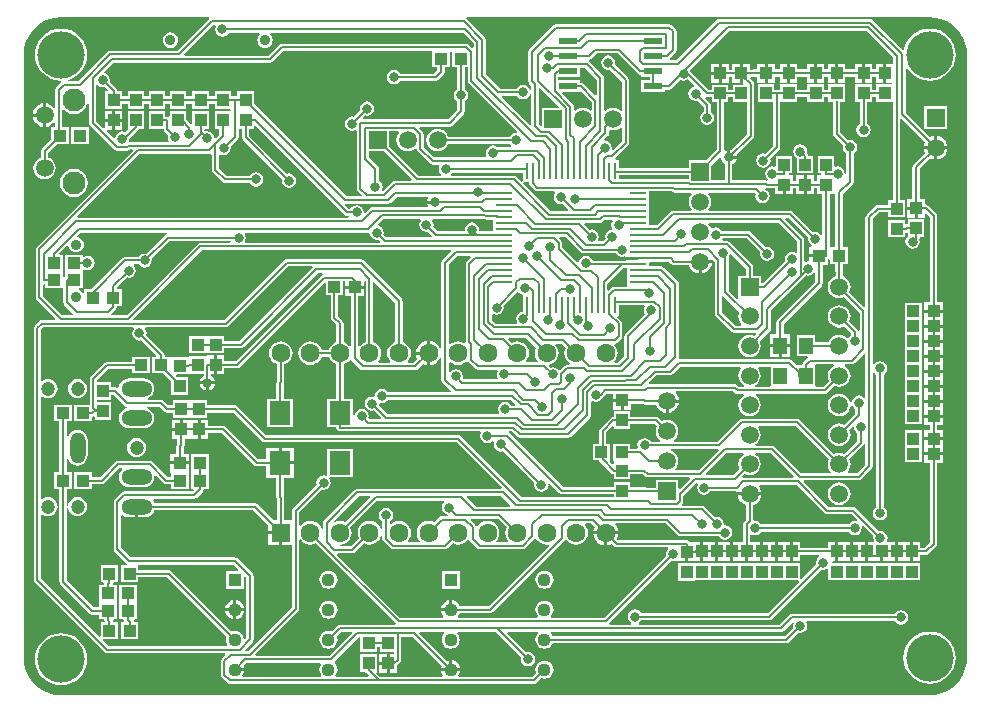
<source format=gbl>
G04 Layer_Physical_Order=2*
G04 Layer_Color=16711680*
%FSLAX44Y44*%
%MOMM*%
G71*
G01*
G75*
%ADD16R,1.0000X1.1000*%
%ADD17R,1.1000X1.0000*%
%ADD29C,0.2000*%
%ADD30C,1.9500*%
%ADD31C,1.4980*%
%ADD32R,1.5000X1.5000*%
%ADD33C,1.5000*%
%ADD34C,0.9000*%
%ADD35C,1.2000*%
%ADD36O,2.6160X1.3080*%
%ADD37O,1.3080X2.6160*%
%ADD38C,1.6000*%
%ADD39R,1.6000X1.6000*%
%ADD40R,1.5000X1.5000*%
%ADD41C,4.0000*%
%ADD42C,1.1300*%
%ADD43R,1.1300X1.1300*%
%ADD44C,0.8000*%
%ADD45R,1.8000X2.0000*%
%ADD46R,1.2000X1.4000*%
%ADD47R,1.6100X0.5800*%
%ADD48R,0.2800X1.4700*%
%ADD49R,1.4700X0.2800*%
G36*
X890622Y398452D02*
X889904Y396720D01*
X889578Y394240D01*
X889904Y391760D01*
X890862Y389449D01*
X892074Y387869D01*
X891537Y386599D01*
X887219D01*
X875803Y398015D01*
Y411475D01*
X877073Y412001D01*
X890622Y398452D01*
D02*
G37*
G36*
X529174Y435345D02*
X467338Y373509D01*
X454040D01*
Y377950D01*
X440040D01*
Y377950D01*
X438800D01*
Y377950D01*
X424800D01*
Y362950D01*
X438800D01*
Y362950D01*
X440040D01*
Y362950D01*
X454040D01*
Y367391D01*
X468605D01*
X468605Y367391D01*
X469775Y367624D01*
X470768Y368287D01*
X533762Y431281D01*
X537517D01*
X538024Y430106D01*
X538008Y430011D01*
X537079Y429391D01*
X537079Y429391D01*
X464197Y356509D01*
X454580D01*
Y361490D01*
X448310D01*
Y353450D01*
Y345410D01*
X454580D01*
Y350391D01*
X465464D01*
X465464Y350391D01*
X466635Y350624D01*
X467627Y351287D01*
X539087Y422747D01*
X540260Y422261D01*
Y412100D01*
X544701D01*
Y393240D01*
X544701Y393240D01*
X544934Y392069D01*
X545597Y391077D01*
X549321Y387353D01*
Y372777D01*
X547337Y371955D01*
X545248Y370352D01*
X543645Y368263D01*
X542823Y366279D01*
X536937D01*
X536115Y368263D01*
X534512Y370352D01*
X532423Y371955D01*
X529991Y372963D01*
X527380Y373306D01*
X524770Y372963D01*
X522337Y371955D01*
X520248Y370352D01*
X518645Y368263D01*
X517638Y365830D01*
X517294Y363220D01*
X517638Y360610D01*
X518645Y358177D01*
X520248Y356088D01*
X522337Y354485D01*
X524770Y353477D01*
X527380Y353134D01*
X529991Y353477D01*
X532423Y354485D01*
X534512Y356088D01*
X536115Y358177D01*
X536937Y360161D01*
X542823D01*
X543645Y358177D01*
X545248Y356088D01*
X547337Y354485D01*
X549321Y353663D01*
Y337890D01*
X549321Y337890D01*
X549391Y337538D01*
Y324420D01*
X541450D01*
Y300420D01*
X549391D01*
Y300228D01*
X549624Y299058D01*
X550287Y298065D01*
X551279Y297402D01*
X552450Y297169D01*
X671318D01*
X671917Y296049D01*
X671512Y295443D01*
X671047Y293102D01*
X671512Y290761D01*
X672838Y288776D01*
X674823Y287450D01*
X677164Y286985D01*
X679505Y287450D01*
X681490Y288776D01*
X681755Y289173D01*
X681961Y289163D01*
X682176Y288984D01*
X682843Y287848D01*
X682477Y286004D01*
X682942Y283663D01*
X684268Y281678D01*
X686253Y280352D01*
X688594Y279886D01*
X690089Y280184D01*
X717064Y253209D01*
X716767Y251714D01*
X717232Y249373D01*
X718558Y247388D01*
X720543Y246062D01*
X722884Y245597D01*
X725225Y246062D01*
X727210Y247388D01*
X728536Y249373D01*
X729001Y251714D01*
X728925Y252099D01*
X730096Y252724D01*
X738213Y244607D01*
X739205Y243944D01*
X740376Y243711D01*
X740376Y243711D01*
X784210D01*
Y241311D01*
X706457D01*
X654775Y292993D01*
X653782Y293656D01*
X652612Y293889D01*
X652612Y293889D01*
X490081D01*
X465967Y318003D01*
X464975Y318666D01*
X463804Y318899D01*
X463804Y318899D01*
X440070D01*
Y323340D01*
X426070D01*
Y323340D01*
X424830D01*
Y323340D01*
X410830D01*
Y318899D01*
X407159D01*
X403093Y322965D01*
X402100Y323628D01*
X400930Y323861D01*
X400930Y323861D01*
X389804D01*
X389551Y325131D01*
X391047Y325750D01*
X392831Y327119D01*
X394199Y328903D01*
X395060Y330980D01*
X395354Y333210D01*
X395060Y335439D01*
X394199Y337517D01*
X392831Y339301D01*
X391047Y340670D01*
X388969Y341530D01*
X386740Y341824D01*
X373660D01*
X371431Y341530D01*
X369353Y340670D01*
X367569Y339301D01*
X366200Y337517D01*
X365340Y335439D01*
X365174Y334179D01*
X365141Y334141D01*
X363818Y333610D01*
X363374Y333906D01*
X362204Y334139D01*
X362204Y334139D01*
X358790D01*
Y338580D01*
X346721D01*
Y340109D01*
X356613Y350001D01*
X376430D01*
Y346060D01*
X391430D01*
Y360060D01*
X376430D01*
Y356119D01*
X355346D01*
X354175Y355886D01*
X353183Y355223D01*
X353183Y355223D01*
X341499Y343539D01*
X340836Y342547D01*
X340603Y341376D01*
X340603Y341376D01*
Y319420D01*
X327390D01*
Y305420D01*
X342390D01*
Y308165D01*
X342392Y309361D01*
X343520Y309586D01*
X343567Y309592D01*
X344790Y308887D01*
Y306580D01*
X358790D01*
Y321580D01*
X346721D01*
Y323580D01*
X358790D01*
Y328021D01*
X360937D01*
X370319Y318639D01*
X370319Y318639D01*
X371311Y317976D01*
X371857Y317868D01*
X371815Y316581D01*
X371431Y316530D01*
X369353Y315670D01*
X367569Y314301D01*
X366200Y312517D01*
X365340Y310440D01*
X365046Y308210D01*
X365340Y305981D01*
X366200Y303903D01*
X367569Y302119D01*
X369353Y300751D01*
X371431Y299890D01*
X373660Y299597D01*
X386740D01*
X388969Y299890D01*
X391047Y300751D01*
X392831Y302119D01*
X394199Y303903D01*
X395060Y305981D01*
X395354Y308210D01*
X395060Y310440D01*
X394199Y312517D01*
X392831Y314301D01*
X391047Y315670D01*
X388969Y316530D01*
X389215Y317743D01*
X399663D01*
X403729Y313677D01*
X403729Y313677D01*
X404721Y313014D01*
X405892Y312781D01*
X405892Y312781D01*
X410830D01*
Y308340D01*
X424830D01*
Y308340D01*
X426070D01*
Y308340D01*
X440070D01*
Y312781D01*
X462537D01*
X486651Y288667D01*
X486651Y288667D01*
X487643Y288004D01*
X488814Y287771D01*
X651345D01*
X689439Y249677D01*
X688913Y248407D01*
X567166D01*
X567166Y248407D01*
X565996Y248174D01*
X565003Y247511D01*
X539111Y221619D01*
X538448Y220627D01*
X538215Y219456D01*
X538215Y219456D01*
Y214512D01*
X536945Y214259D01*
X536115Y216263D01*
X534512Y218352D01*
X532423Y219955D01*
X529991Y220962D01*
X527380Y221306D01*
X524770Y220962D01*
X522337Y219955D01*
X520248Y218352D01*
X519187Y216969D01*
X517917Y217400D01*
Y228603D01*
X536986Y247672D01*
X538480Y247374D01*
X540821Y247840D01*
X542806Y249166D01*
X544132Y251151D01*
X544598Y253492D01*
X544132Y255833D01*
X543252Y257150D01*
X543931Y258420D01*
X563450D01*
Y282420D01*
X541450D01*
Y260135D01*
X540180Y259271D01*
X538480Y259610D01*
X536139Y259144D01*
X534154Y257818D01*
X532828Y255833D01*
X532363Y253492D01*
X532660Y251998D01*
X512695Y232033D01*
X512032Y231040D01*
X511799Y229870D01*
X511799Y229870D01*
Y221760D01*
X505439D01*
Y240284D01*
X505206Y241455D01*
X504709Y242199D01*
Y257880D01*
X513190D01*
Y269150D01*
X501650D01*
Y270420D01*
X500380D01*
Y282960D01*
X490110D01*
Y273479D01*
X483077D01*
X455553Y301003D01*
X454561Y301666D01*
X453390Y301899D01*
X453390Y301899D01*
X440610D01*
Y306880D01*
X434340D01*
Y298840D01*
Y290800D01*
X440610D01*
Y295781D01*
X452123D01*
X479647Y268257D01*
X479647Y268257D01*
X480639Y267594D01*
X481810Y267361D01*
X481810Y267361D01*
X490110D01*
Y257880D01*
X498591D01*
Y241014D01*
X498591Y241014D01*
X498824Y239844D01*
X499321Y239099D01*
Y221760D01*
X496166D01*
X482553Y235373D01*
X481560Y236036D01*
X480390Y236269D01*
X480390Y236269D01*
X395301D01*
X394671Y237789D01*
X393935Y238749D01*
X394561Y240019D01*
X429006D01*
X429006Y240019D01*
X430177Y240252D01*
X431169Y240915D01*
X436113Y245859D01*
X436113Y245859D01*
X436776Y246851D01*
X437009Y248022D01*
X438254Y248270D01*
X441450D01*
Y262270D01*
X441450D01*
Y263510D01*
X441450D01*
Y277510D01*
X426450D01*
Y263510D01*
X426450D01*
Y262270D01*
X426450D01*
Y248270D01*
X428213D01*
X428699Y247097D01*
X427739Y246137D01*
X369824D01*
X368653Y245904D01*
X367661Y245241D01*
X361819Y239399D01*
X361156Y238407D01*
X360923Y237236D01*
X360923Y237236D01*
Y197104D01*
X360923Y197104D01*
X361156Y195933D01*
X361819Y194941D01*
X371725Y185035D01*
X371725Y185035D01*
X372077Y184800D01*
X371692Y183530D01*
X366760D01*
Y169530D01*
X381760D01*
Y173471D01*
X406073D01*
X456098Y123446D01*
X455767Y122647D01*
X455504Y120650D01*
X455767Y118653D01*
X456538Y116792D01*
X456893Y116328D01*
X456267Y115058D01*
X356627D01*
X351589Y120097D01*
X352075Y121270D01*
X364760D01*
Y135270D01*
X361319D01*
X360867Y135548D01*
X360606Y136728D01*
X361450Y137780D01*
X363490D01*
Y151750D01*
X363490Y151780D01*
Y153020D01*
X363490Y153050D01*
Y167020D01*
X361456D01*
X360621Y168126D01*
X360868Y169251D01*
X361316Y169530D01*
X364760D01*
Y183530D01*
X349760D01*
Y169530D01*
X351794D01*
X352629Y168424D01*
X352382Y167299D01*
X351934Y167020D01*
X348490D01*
Y153050D01*
X348490Y153020D01*
Y151780D01*
X348490Y151750D01*
Y148749D01*
X347592Y147851D01*
X344095Y147857D01*
X320949Y171072D01*
Y232459D01*
X322219Y232542D01*
X322406Y231122D01*
X323212Y229176D01*
X324494Y227504D01*
X326166Y226222D01*
X328112Y225416D01*
X330200Y225141D01*
X332288Y225416D01*
X334235Y226222D01*
X335906Y227504D01*
X337188Y229176D01*
X337994Y231122D01*
X338269Y233210D01*
X337994Y235299D01*
X337188Y237245D01*
X335906Y238916D01*
X334235Y240198D01*
X332288Y241004D01*
X330200Y241279D01*
X328112Y241004D01*
X326166Y240198D01*
X324494Y238916D01*
X323212Y237245D01*
X322406Y235299D01*
X322219Y233878D01*
X320949Y233961D01*
Y248270D01*
X325390D01*
Y262270D01*
X320949D01*
Y273369D01*
X322219Y273622D01*
X322740Y272363D01*
X324109Y270579D01*
X325893Y269210D01*
X327971Y268350D01*
X330200Y268056D01*
X332429Y268350D01*
X334507Y269210D01*
X336291Y270579D01*
X337660Y272363D01*
X338520Y274441D01*
X338814Y276670D01*
Y289750D01*
X338520Y291979D01*
X337660Y294057D01*
X336291Y295841D01*
X334507Y297210D01*
X332429Y298070D01*
X330200Y298364D01*
X327971Y298070D01*
X325893Y297210D01*
X324109Y295841D01*
X322740Y294057D01*
X322219Y292798D01*
X320949Y293051D01*
Y305420D01*
X325390D01*
Y319420D01*
X310390D01*
Y305420D01*
X314831D01*
Y262270D01*
X310390D01*
Y248270D01*
X314831D01*
Y169808D01*
X314947Y169228D01*
X315063Y168641D01*
X315064Y168639D01*
X315064Y168637D01*
X315395Y168142D01*
X315724Y167648D01*
X340657Y142640D01*
X340657Y142640D01*
X341649Y141975D01*
X342819Y141741D01*
X348490Y141732D01*
Y137780D01*
X352931D01*
Y137164D01*
X353047Y136581D01*
X353055Y136540D01*
X352332Y135417D01*
X352120Y135270D01*
X349760D01*
Y123585D01*
X348587Y123099D01*
X299223Y172463D01*
Y226112D01*
X300493Y226738D01*
X301165Y226222D01*
X303111Y225416D01*
X305200Y225141D01*
X307288Y225416D01*
X309234Y226222D01*
X310905Y227504D01*
X312188Y229176D01*
X312994Y231122D01*
X313269Y233210D01*
X312994Y235299D01*
X312188Y237245D01*
X310905Y238916D01*
X309234Y240198D01*
X307288Y241004D01*
X305200Y241279D01*
X303111Y241004D01*
X301165Y240198D01*
X300493Y239682D01*
X299223Y240308D01*
Y326112D01*
X300493Y326738D01*
X301165Y326222D01*
X303111Y325416D01*
X305200Y325141D01*
X307288Y325416D01*
X309234Y326222D01*
X310905Y327504D01*
X312188Y329175D01*
X312994Y331121D01*
X313269Y333210D01*
X312994Y335298D01*
X312188Y337244D01*
X310905Y338916D01*
X309234Y340198D01*
X307288Y341004D01*
X305200Y341279D01*
X303111Y341004D01*
X301165Y340198D01*
X300493Y339682D01*
X299223Y340308D01*
Y383035D01*
X301241Y385053D01*
X377199D01*
X377846Y383783D01*
X376872Y382325D01*
X376407Y379984D01*
X376872Y377643D01*
X378198Y375658D01*
X380183Y374332D01*
X382524Y373867D01*
X384019Y374164D01*
X396852Y361330D01*
X396326Y360060D01*
X393430D01*
Y346060D01*
X402724D01*
X409560Y339224D01*
Y328170D01*
X423560D01*
Y343170D01*
X414272D01*
X413538Y344060D01*
X414012Y345170D01*
X423560D01*
Y345878D01*
X424800Y345950D01*
Y345950D01*
X436869D01*
Y343886D01*
X436630Y343787D01*
X435264Y342738D01*
X434215Y341372D01*
X433556Y339781D01*
X433499Y339344D01*
X446357D01*
X446300Y339781D01*
X445641Y341372D01*
X444592Y342738D01*
X443226Y343787D01*
X442987Y343886D01*
Y345410D01*
X445770D01*
Y353450D01*
Y361490D01*
X439500D01*
Y361490D01*
X438800Y360950D01*
X424800D01*
Y360242D01*
X423560Y360170D01*
Y360170D01*
X409560D01*
Y360170D01*
X409557Y360170D01*
X408335Y360060D01*
X403989D01*
Y361578D01*
X403989Y361578D01*
X403756Y362749D01*
X403093Y363741D01*
X403093Y363741D01*
X388344Y378489D01*
X388642Y379984D01*
X388176Y382325D01*
X387202Y383783D01*
X387849Y385053D01*
X455930D01*
X455930Y385053D01*
X457100Y385286D01*
X458093Y385949D01*
X508759Y436615D01*
X528648D01*
X529174Y435345D01*
D02*
G37*
G36*
X302770Y421774D02*
Y418450D01*
X317770D01*
X318251Y417379D01*
Y406400D01*
X318251Y406400D01*
X318484Y405229D01*
X319147Y404237D01*
X326760Y396625D01*
X326233Y395355D01*
X317123D01*
X300829Y411649D01*
Y421202D01*
X301925Y422037D01*
X302770Y421774D01*
D02*
G37*
G36*
X896101Y434849D02*
Y428740D01*
X889660D01*
Y409862D01*
X888676Y409050D01*
X881645Y416081D01*
Y445129D01*
X882206Y445969D01*
X882403Y446962D01*
X883619Y447331D01*
X896101Y434849D01*
D02*
G37*
G36*
X703820Y414488D02*
X704250Y413928D01*
X705616Y412879D01*
X707130Y412252D01*
Y398445D01*
X705303Y398082D01*
X703318Y396756D01*
X701992Y394771D01*
X701526Y392430D01*
X701992Y390089D01*
X702468Y389376D01*
X701870Y388256D01*
X683982D01*
X681081Y391157D01*
Y395909D01*
X682201Y396507D01*
X682697Y396176D01*
X685038Y395710D01*
X687379Y396176D01*
X689364Y397502D01*
X690690Y399487D01*
X691155Y401828D01*
X690858Y403322D01*
X702165Y414629D01*
X703820Y414488D01*
D02*
G37*
G36*
X556720Y420370D02*
X564760D01*
X572800D01*
Y423260D01*
X574070Y423939D01*
X574321Y423771D01*
Y372777D01*
X572337Y371955D01*
X570248Y370352D01*
X569089Y368841D01*
X567819Y369272D01*
Y411560D01*
X572800D01*
Y417830D01*
X564760D01*
X556720D01*
Y411560D01*
X561701D01*
Y369585D01*
X560431Y369154D01*
X559512Y370352D01*
X557423Y371955D01*
X555439Y372777D01*
Y388620D01*
X555206Y389790D01*
X554543Y390783D01*
X550819Y394507D01*
Y412100D01*
X555260D01*
Y424169D01*
X556720D01*
Y420370D01*
D02*
G37*
G36*
X646682Y449278D02*
X639187Y441783D01*
X638524Y440791D01*
X638291Y439620D01*
X638291Y439620D01*
Y367739D01*
X637021Y367486D01*
X636587Y368535D01*
X634897Y370737D01*
X632696Y372427D01*
X630131Y373489D01*
X628650Y373684D01*
Y363220D01*
Y352756D01*
X630131Y352951D01*
X632696Y354013D01*
X634897Y355703D01*
X636587Y357905D01*
X637021Y358954D01*
X638291Y358701D01*
Y340614D01*
X638291Y340614D01*
X638524Y339444D01*
X639187Y338451D01*
X646508Y331130D01*
X646022Y329957D01*
X592928D01*
X592082Y331224D01*
X590097Y332550D01*
X587756Y333016D01*
X585415Y332550D01*
X583430Y331224D01*
X582104Y329239D01*
X581737Y327392D01*
X581638Y326898D01*
X580432Y326455D01*
X579374Y326665D01*
X577033Y326200D01*
X575048Y324874D01*
X573722Y322889D01*
X573256Y320548D01*
X573722Y318207D01*
X575048Y316222D01*
X577033Y314896D01*
X579374Y314431D01*
X580868Y314728D01*
X586896Y308700D01*
X586410Y307526D01*
X577671D01*
X576558Y308640D01*
X576856Y310134D01*
X576390Y312475D01*
X575064Y314460D01*
X573079Y315786D01*
X570738Y316252D01*
X568397Y315786D01*
X566412Y314460D01*
X565086Y312475D01*
X564720Y310634D01*
X563450Y310759D01*
Y324420D01*
X555509D01*
Y337820D01*
X555439Y338172D01*
Y353663D01*
X557423Y354485D01*
X559512Y356088D01*
X560688Y357621D01*
X561025Y357687D01*
X562157Y357533D01*
X562597Y356875D01*
X569591Y349881D01*
X570583Y349218D01*
X571754Y348985D01*
X571754Y348985D01*
X616204D01*
X616204Y348985D01*
X617374Y349218D01*
X618367Y349881D01*
X622372Y353886D01*
X624628Y352951D01*
X626110Y352756D01*
Y361950D01*
X616916D01*
X617111Y360468D01*
X618046Y358212D01*
X614937Y355103D01*
X610152D01*
X609730Y356373D01*
X611115Y358177D01*
X612122Y360610D01*
X612466Y363220D01*
X612122Y365830D01*
X611115Y368263D01*
X609512Y370352D01*
X607423Y371955D01*
X605439Y372777D01*
Y407309D01*
X605206Y408479D01*
X604543Y409472D01*
X604543Y409472D01*
X572178Y441837D01*
X571185Y442500D01*
X570015Y442733D01*
X570014Y442733D01*
X507492D01*
X507492Y442733D01*
X506321Y442500D01*
X505329Y441837D01*
X505329Y441837D01*
X454663Y391171D01*
X377852D01*
X377366Y392344D01*
X435473Y450451D01*
X646196D01*
X646682Y449278D01*
D02*
G37*
G36*
X967470Y441999D02*
Y438770D01*
X971911D01*
Y432498D01*
X971911Y432498D01*
X972101Y431543D01*
Y428256D01*
X970369Y427538D01*
X968384Y426016D01*
X966862Y424031D01*
X965904Y421720D01*
X965578Y419240D01*
X965904Y416760D01*
X966862Y414449D01*
X968384Y412465D01*
X970369Y410942D01*
X972680Y409985D01*
X975160Y409658D01*
X977640Y409985D01*
X979372Y410702D01*
X992601Y397473D01*
Y382860D01*
X991423Y382085D01*
X991331Y382096D01*
X990731Y382995D01*
X983698Y390028D01*
X984415Y391760D01*
X984742Y394240D01*
X984415Y396720D01*
X983458Y399031D01*
X981935Y401016D01*
X979951Y402538D01*
X977640Y403495D01*
X975160Y403822D01*
X972680Y403495D01*
X970369Y402538D01*
X968384Y401016D01*
X966862Y399031D01*
X965904Y396720D01*
X965578Y394240D01*
X965904Y391760D01*
X966862Y389449D01*
X968384Y387465D01*
X970369Y385942D01*
X972680Y384985D01*
X975160Y384658D01*
X977640Y384985D01*
X979372Y385702D01*
X985144Y379930D01*
X985037Y378491D01*
X984242Y377960D01*
X983219Y376428D01*
X982648Y376245D01*
X981919Y376170D01*
X981670Y376219D01*
X979951Y377538D01*
X977640Y378495D01*
X975160Y378822D01*
X972680Y378495D01*
X970369Y377538D01*
X968384Y376015D01*
X966862Y374031D01*
X966144Y372299D01*
X961976D01*
X961830Y372396D01*
X960659Y372629D01*
X960659Y372629D01*
X954990D01*
Y378570D01*
X938990D01*
Y360570D01*
X948144D01*
X948529Y359300D01*
X948129Y359033D01*
X948129Y359033D01*
X944827Y355731D01*
X944164Y354739D01*
X943931Y353568D01*
X942786Y353170D01*
X938990D01*
X938990Y353170D01*
Y353170D01*
X938116Y353989D01*
X935105Y357001D01*
X934112Y357664D01*
X932942Y357897D01*
X932942Y357897D01*
X840061D01*
X839827Y358082D01*
X839152Y359140D01*
X839295Y359857D01*
Y421801D01*
X839062Y422972D01*
X838399Y423964D01*
X826690Y435673D01*
X825698Y436336D01*
X824527Y436569D01*
X824527Y436569D01*
X814080D01*
Y439570D01*
X814620D01*
Y440451D01*
X831117D01*
X833041Y438527D01*
X834033Y437864D01*
X835204Y437631D01*
X835204Y437631D01*
X847650D01*
X848480Y435627D01*
X850089Y433529D01*
X852187Y431920D01*
X854629Y430908D01*
X855980Y430731D01*
Y440690D01*
X857250D01*
Y441960D01*
X868455D01*
X868488Y441976D01*
X869685Y440779D01*
Y396748D01*
X869685Y396748D01*
X869918Y395578D01*
X870581Y394585D01*
X883789Y381377D01*
X884781Y380714D01*
X885952Y380481D01*
X904280D01*
X904806Y379211D01*
X903372Y377778D01*
X901640Y378495D01*
X899160Y378822D01*
X896680Y378495D01*
X894369Y377538D01*
X892385Y376015D01*
X890862Y374031D01*
X889904Y371720D01*
X889578Y369240D01*
X889904Y366760D01*
X890862Y364449D01*
X892385Y362464D01*
X894369Y360942D01*
X896680Y359984D01*
X899160Y359658D01*
X901640Y359984D01*
X903951Y360942D01*
X905935Y362464D01*
X907458Y364449D01*
X908416Y366760D01*
X908742Y369240D01*
X908416Y371720D01*
X907698Y373452D01*
X916309Y382063D01*
X916972Y383055D01*
X917205Y384226D01*
X917205Y384226D01*
Y399291D01*
X944503Y426589D01*
X946942Y429028D01*
X948436Y428731D01*
X950777Y429196D01*
X952762Y430522D01*
X953641Y431839D01*
X954911Y431453D01*
Y423714D01*
X922827Y391629D01*
X922164Y390637D01*
X921931Y389466D01*
X921931Y389466D01*
Y379110D01*
X916450D01*
Y370840D01*
X924990D01*
X933530D01*
Y379110D01*
X928048D01*
Y388199D01*
X960133Y420284D01*
X960133Y420284D01*
X960796Y421276D01*
X961029Y422447D01*
Y438230D01*
X966010D01*
Y442498D01*
X966200Y442638D01*
X967470Y441999D01*
D02*
G37*
G36*
X662938Y444278D02*
X659761Y441101D01*
X659098Y440108D01*
X658865Y438938D01*
X658865Y438938D01*
Y372618D01*
X658865Y372618D01*
X658905Y372419D01*
X657753Y371702D01*
X657423Y371955D01*
X654991Y372963D01*
X652380Y373306D01*
X649770Y372963D01*
X647337Y371955D01*
X645679Y370682D01*
X644409Y371245D01*
Y438353D01*
X651507Y445451D01*
X662452D01*
X662938Y444278D01*
D02*
G37*
G36*
X810592Y402475D02*
X810196Y401883D01*
X809731Y399542D01*
X810196Y397201D01*
X810834Y396246D01*
X794127Y379539D01*
X793464Y378547D01*
X793231Y377376D01*
X793231Y377376D01*
Y360393D01*
X787875Y355037D01*
X785038D01*
X784680Y356307D01*
X786115Y358177D01*
X787123Y360610D01*
X787467Y363220D01*
X787123Y365830D01*
X786115Y368263D01*
X784731Y370067D01*
X785153Y371337D01*
X785386D01*
X785386Y371337D01*
X786557Y371570D01*
X787549Y372233D01*
X790597Y375281D01*
X790597Y375281D01*
X791260Y376273D01*
X791493Y377444D01*
X791493Y377444D01*
Y388335D01*
X791260Y389506D01*
X790597Y390498D01*
X790597Y390499D01*
X787309Y393787D01*
X787795Y394960D01*
X788930D01*
Y403595D01*
X809993D01*
X810592Y402475D01*
D02*
G37*
G36*
X795380Y430110D02*
Y420110D01*
X794419Y419365D01*
X784340D01*
X784340Y419365D01*
X783169Y419132D01*
X782177Y418469D01*
X779762Y416054D01*
X778589Y416540D01*
Y421886D01*
X792154Y435451D01*
X795380D01*
Y430110D01*
D02*
G37*
G36*
X576438Y465317D02*
X577537Y464241D01*
X577786Y462987D01*
X579112Y461002D01*
X581097Y459676D01*
X583438Y459211D01*
X584933Y459508D01*
X586698Y457742D01*
X586212Y456569D01*
X472374D01*
X471695Y457839D01*
X472250Y458669D01*
X472715Y461010D01*
X472250Y463351D01*
X471684Y464197D01*
X472283Y465317D01*
X576438D01*
X576438Y465317D01*
D02*
G37*
G36*
X460188Y457839D02*
X459469Y456569D01*
X434206D01*
X434206Y456569D01*
X433035Y456336D01*
X432043Y455673D01*
X432043Y455673D01*
X371725Y395355D01*
X359430D01*
X358904Y396625D01*
X362453Y400173D01*
X363116Y401166D01*
X363349Y402336D01*
Y403210D01*
X367790D01*
Y417210D01*
X363400D01*
X363370Y418480D01*
X372140Y427250D01*
X373634Y426953D01*
X375975Y427418D01*
X377960Y428744D01*
X379286Y430729D01*
X379752Y433070D01*
X379286Y435411D01*
X377960Y437396D01*
X377906Y437432D01*
X378274Y438647D01*
X381924D01*
X382770Y437380D01*
X384755Y436054D01*
X387096Y435588D01*
X389437Y436054D01*
X391422Y437380D01*
X392748Y439365D01*
X393214Y441706D01*
X392916Y443200D01*
X407667Y457951D01*
X460121D01*
X460188Y457839D01*
D02*
G37*
G36*
X620713Y475414D02*
X619950Y474273D01*
X619484Y471932D01*
X619950Y469591D01*
X621276Y467606D01*
X623261Y466280D01*
X625602Y465815D01*
X627096Y466112D01*
X630466Y462742D01*
X629980Y461569D01*
X591523D01*
X589258Y463834D01*
X589556Y465328D01*
X589090Y467669D01*
X587764Y469654D01*
X585779Y470980D01*
X585089Y471117D01*
X584720Y472332D01*
X589072Y476684D01*
X620034D01*
X620713Y475414D01*
D02*
G37*
G36*
X783459Y475060D02*
X782764Y474019D01*
X782299Y471678D01*
X782764Y469337D01*
X782909Y469120D01*
X782307Y467735D01*
X780741Y467424D01*
X778756Y466098D01*
X777430Y464113D01*
X776964Y461772D01*
X777262Y460277D01*
X774815Y457831D01*
X771486D01*
X770887Y458951D01*
X771208Y459431D01*
X771674Y461772D01*
X771208Y464113D01*
X769882Y466098D01*
X767897Y467424D01*
X765556Y467890D01*
X764062Y467592D01*
X759354Y472299D01*
X759840Y473473D01*
X772216D01*
X772216Y473473D01*
X773386Y473705D01*
X774379Y474369D01*
X776340Y476330D01*
X782781D01*
X783459Y475060D01*
D02*
G37*
G36*
X681980Y475990D02*
Y466569D01*
X671139D01*
X670333Y467550D01*
X670368Y467725D01*
X669902Y470066D01*
X668576Y472051D01*
X666591Y473377D01*
X664250Y473842D01*
X661909Y473377D01*
X659924Y472051D01*
X658598Y470066D01*
X658133Y467725D01*
X658167Y467550D01*
X657362Y466569D01*
X635291D01*
X631422Y470438D01*
X631720Y471932D01*
X631254Y474273D01*
X630491Y475414D01*
X631170Y476684D01*
X670056D01*
X681980Y475990D01*
D02*
G37*
G36*
X939281Y457965D02*
Y448831D01*
X938161Y448232D01*
X937569Y448628D01*
X935228Y449094D01*
X932887Y448628D01*
X930902Y447302D01*
X929576Y445317D01*
X929110Y442976D01*
X929408Y441482D01*
X910225Y422299D01*
X908660D01*
Y428740D01*
X902219D01*
Y436115D01*
X902219Y436115D01*
X901986Y437286D01*
X901323Y438278D01*
X901323Y438278D01*
X882016Y457585D01*
X881024Y458248D01*
X879854Y458481D01*
X879853Y458481D01*
X876418D01*
X875797Y459651D01*
X876329Y460491D01*
X896623D01*
X908326Y448788D01*
X908028Y447294D01*
X908494Y444953D01*
X909820Y442968D01*
X911805Y441642D01*
X914146Y441176D01*
X916487Y441642D01*
X918472Y442968D01*
X919798Y444953D01*
X920264Y447294D01*
X919798Y449635D01*
X918472Y451620D01*
X916487Y452946D01*
X914146Y453411D01*
X912652Y453114D01*
X900053Y465713D01*
X899061Y466376D01*
X897890Y466609D01*
X897890Y466609D01*
X875884D01*
X875038Y467876D01*
X873053Y469202D01*
X870712Y469668D01*
X868371Y469202D01*
X867679Y468739D01*
X866209Y469285D01*
X865548Y470881D01*
X864364Y472424D01*
X864938Y473694D01*
X923553D01*
X939281Y457965D01*
D02*
G37*
G36*
X948966Y461284D02*
X948669Y459790D01*
X949134Y457449D01*
X950460Y455464D01*
X951783Y454580D01*
X951398Y453310D01*
X949930D01*
Y447040D01*
X957970D01*
Y444500D01*
X949930D01*
Y441669D01*
X948948Y440864D01*
X948436Y440965D01*
X946669Y440614D01*
X945399Y441446D01*
Y459232D01*
X945166Y460402D01*
X944503Y461395D01*
X944503Y461395D01*
X929378Y476520D01*
X929864Y477694D01*
X932556D01*
X948966Y461284D01*
D02*
G37*
G36*
X756287Y448609D02*
X756287Y448609D01*
X757279Y447946D01*
X758450Y447713D01*
X758450Y447713D01*
X786213D01*
X787060Y446446D01*
X789045Y445120D01*
X791386Y444654D01*
X793570Y445089D01*
X794071Y444936D01*
X794363Y444780D01*
X804730D01*
Y442240D01*
X794840D01*
Y441569D01*
X790888D01*
X790887Y441569D01*
X790887Y441569D01*
X766471D01*
X766382Y442015D01*
X765056Y444000D01*
X763071Y445326D01*
X760730Y445792D01*
X758389Y445326D01*
X756404Y444000D01*
X755078Y442015D01*
X754765Y440442D01*
X753387Y440024D01*
X740717Y452695D01*
Y456135D01*
X740484Y457306D01*
X739821Y458298D01*
X739821Y458298D01*
X737820Y460299D01*
X738306Y461473D01*
X743423D01*
X756287Y448609D01*
D02*
G37*
G36*
X971470Y497810D02*
X971911Y496723D01*
Y452770D01*
X967470D01*
X966989Y453841D01*
Y497810D01*
X971470D01*
D02*
G37*
G36*
X406400Y464069D02*
X405229Y463836D01*
X404237Y463173D01*
X404237Y463173D01*
X388591Y447526D01*
X387096Y447823D01*
X384755Y447358D01*
X382770Y446032D01*
X381924Y444765D01*
X370722D01*
X370722Y444765D01*
X369552Y444532D01*
X368559Y443869D01*
X368559Y443869D01*
X341900Y417210D01*
X335790D01*
Y414812D01*
X334903Y414464D01*
X334520Y414462D01*
X333566Y415706D01*
X332208Y416748D01*
X331165Y417180D01*
X331417Y418450D01*
X334770D01*
Y433404D01*
X335890Y434003D01*
X336241Y433768D01*
X338582Y433302D01*
X340923Y433768D01*
X342908Y435094D01*
X344234Y437079D01*
X344700Y439420D01*
X344234Y441761D01*
X342908Y443746D01*
X340923Y445072D01*
X338582Y445537D01*
X336241Y445072D01*
X335890Y444837D01*
X334770Y445436D01*
Y446420D01*
X319770D01*
Y432420D01*
Y428372D01*
X319028Y427810D01*
X317770Y428300D01*
Y432420D01*
Y446420D01*
X315127D01*
X314641Y447593D01*
X321212Y454164D01*
X322553Y453709D01*
X322597Y453373D01*
X323252Y451792D01*
X324294Y450434D01*
X325652Y449392D01*
X327233Y448737D01*
X328930Y448514D01*
X330627Y448737D01*
X332208Y449392D01*
X333566Y450434D01*
X334608Y451792D01*
X335263Y453373D01*
X335486Y455070D01*
X335263Y456767D01*
X334608Y458348D01*
X333566Y459706D01*
X332208Y460748D01*
X330627Y461403D01*
X330291Y461447D01*
X329836Y462788D01*
X332365Y465317D01*
X406348D01*
X406400Y464069D01*
D02*
G37*
G36*
X700814Y320004D02*
X700328Y318831D01*
X697576D01*
X696730Y320098D01*
X694745Y321424D01*
X692404Y321889D01*
X690063Y321424D01*
X688078Y320098D01*
X686752Y318113D01*
X686286Y315772D01*
X686752Y313431D01*
X687276Y312647D01*
X686677Y311527D01*
X592721D01*
X585487Y318761D01*
X585602Y320155D01*
X586478Y320910D01*
X586698Y320991D01*
X587756Y320780D01*
X590097Y321246D01*
X592082Y322572D01*
X592928Y323839D01*
X696979D01*
X700814Y320004D01*
D02*
G37*
G36*
X936852Y258972D02*
X936366Y257799D01*
X894058D01*
X894058Y257799D01*
X893787Y257745D01*
X893161Y258915D01*
X894948Y260702D01*
X896680Y259984D01*
X899160Y259658D01*
X901640Y259984D01*
X903951Y260942D01*
X905935Y262465D01*
X907458Y264449D01*
X908416Y266760D01*
X908742Y269240D01*
X908416Y271720D01*
X907458Y274031D01*
X905935Y276015D01*
X904187Y277357D01*
X904365Y278330D01*
X904521Y278627D01*
X917197D01*
X936852Y258972D01*
D02*
G37*
G36*
X696634Y234482D02*
X696148Y233309D01*
X667413D01*
X659606Y241116D01*
X660092Y242290D01*
X688827D01*
X696634Y234482D01*
D02*
G37*
G36*
X381470Y224052D02*
X386740D01*
X389110Y224364D01*
X391319Y225279D01*
X393216Y226734D01*
X394671Y228631D01*
X395301Y230151D01*
X479123D01*
X491840Y217434D01*
Y212490D01*
X502380D01*
Y211220D01*
X503650D01*
Y200680D01*
X511799D01*
Y147891D01*
X474967Y111059D01*
X472404D01*
X471918Y112232D01*
X478413Y118727D01*
X478413Y118727D01*
X479076Y119719D01*
X479309Y120890D01*
X479309Y120890D01*
Y174498D01*
X479309Y174498D01*
X479076Y175669D01*
X478413Y176661D01*
X478413Y176661D01*
X465713Y189361D01*
X464720Y190024D01*
X463550Y190257D01*
X463550Y190257D01*
X375155D01*
X367041Y198371D01*
Y225243D01*
X368311Y225870D01*
X369081Y225279D01*
X371290Y224364D01*
X373660Y224052D01*
X378930D01*
Y233210D01*
X381470D01*
Y224052D01*
D02*
G37*
G36*
X640712Y237020D02*
X640406Y236815D01*
X639079Y234830D01*
X638614Y232489D01*
X639079Y230148D01*
X640406Y228164D01*
X642390Y226837D01*
X643841Y226549D01*
X643716Y225279D01*
X638380D01*
X638380Y225279D01*
X637210Y225046D01*
X636217Y224383D01*
X636217Y224383D01*
X631975Y220140D01*
X629991Y220962D01*
X627380Y221306D01*
X624770Y220962D01*
X622337Y219955D01*
X620248Y218352D01*
X618645Y216263D01*
X617637Y213830D01*
X617294Y211220D01*
X617637Y208609D01*
X618645Y206177D01*
X619946Y204481D01*
X619420Y203211D01*
X610340D01*
X609813Y204481D01*
X611115Y206177D01*
X612122Y208609D01*
X612466Y211220D01*
X612122Y213830D01*
X611115Y216263D01*
X609512Y218352D01*
X607423Y219955D01*
X604990Y220962D01*
X602380Y221306D01*
X599769Y220962D01*
X597337Y219955D01*
X595641Y218654D01*
X594371Y219180D01*
Y221142D01*
X595638Y221988D01*
X596964Y223973D01*
X597430Y226314D01*
X596964Y228655D01*
X595638Y230640D01*
X593653Y231966D01*
X591312Y232432D01*
X588971Y231966D01*
X586986Y230640D01*
X585660Y228655D01*
X585195Y226314D01*
X585660Y223973D01*
X586986Y221988D01*
X588253Y221142D01*
Y214420D01*
X586983Y214167D01*
X586115Y216263D01*
X584512Y218352D01*
X582423Y219955D01*
X579991Y220962D01*
X577380Y221306D01*
X574770Y220962D01*
X572337Y219955D01*
X570248Y218352D01*
X568645Y216263D01*
X567637Y213830D01*
X567294Y211220D01*
X567637Y208609D01*
X568460Y206625D01*
X561743Y199909D01*
X552807D01*
X552724Y201179D01*
X554990Y201477D01*
X557423Y202485D01*
X559512Y204088D01*
X561115Y206177D01*
X562122Y208609D01*
X562466Y211220D01*
X562122Y213830D01*
X561301Y215815D01*
X583775Y238290D01*
X640326D01*
X640712Y237020D01*
D02*
G37*
G36*
X872980Y280913D02*
X856237Y264171D01*
X836988D01*
X836420Y265441D01*
X837608Y266989D01*
X838566Y269300D01*
X838892Y271780D01*
X838566Y274260D01*
X837608Y276571D01*
X836085Y278555D01*
X834101Y280078D01*
X832085Y280913D01*
X832338Y282183D01*
X872453D01*
X872980Y280913D01*
D02*
G37*
G36*
X820772Y301392D02*
X820054Y299660D01*
X819728Y297180D01*
X820054Y294700D01*
X821012Y292389D01*
X822535Y290404D01*
X823621Y289571D01*
X823190Y288301D01*
X815432D01*
X814586Y289568D01*
X812601Y290894D01*
X810260Y291360D01*
X807919Y290894D01*
X805934Y289568D01*
X804608Y287583D01*
X804143Y285242D01*
X804444Y283729D01*
X803492Y282459D01*
X798320D01*
Y286400D01*
X783320D01*
Y272400D01*
X783872D01*
X784210Y271270D01*
X784210D01*
Y269661D01*
X783037Y269175D01*
X780878Y271334D01*
X781320Y272400D01*
X781320D01*
Y286400D01*
X777759D01*
Y295913D01*
X783037Y301191D01*
X784210Y300705D01*
Y298960D01*
X798210D01*
Y303401D01*
X818763D01*
X820772Y301392D01*
D02*
G37*
G36*
X997195Y285917D02*
X997336Y285861D01*
Y268617D01*
X990349Y261631D01*
X982838D01*
X982270Y262901D01*
X983458Y264449D01*
X984415Y266760D01*
X984742Y269240D01*
X984415Y271720D01*
X983698Y273452D01*
X995557Y285311D01*
X995557Y285311D01*
X996066Y286072D01*
X997195Y285917D01*
D02*
G37*
G36*
X893955Y278330D02*
X894133Y277357D01*
X892385Y276015D01*
X890862Y274031D01*
X889904Y271720D01*
X889578Y269240D01*
X889904Y266760D01*
X890622Y265028D01*
X885701Y260107D01*
X862484D01*
X861998Y261280D01*
X879345Y278627D01*
X893799D01*
X893955Y278330D01*
D02*
G37*
G36*
X966622Y273452D02*
X965904Y271720D01*
X965578Y269240D01*
X965904Y266760D01*
X966862Y264449D01*
X968050Y262901D01*
X967482Y261631D01*
X942845D01*
X920627Y283849D01*
X919634Y284512D01*
X918464Y284745D01*
X918464Y284745D01*
X904827D01*
X904043Y285875D01*
X904046Y286015D01*
X905935Y287465D01*
X907458Y289449D01*
X908416Y291760D01*
X908742Y294240D01*
X908416Y296720D01*
X907458Y299031D01*
X906353Y300471D01*
X906980Y301741D01*
X938333D01*
X966622Y273452D01*
D02*
G37*
G36*
X916990Y335170D02*
X915880Y334783D01*
X904451D01*
X904120Y335549D01*
X904096Y336053D01*
X905935Y337465D01*
X907458Y339449D01*
X908416Y341760D01*
X908742Y344240D01*
X908416Y346720D01*
X907458Y349031D01*
X906324Y350509D01*
X906950Y351779D01*
X916990D01*
Y335170D01*
D02*
G37*
G36*
X997336Y362308D02*
Y325836D01*
X996066Y325451D01*
X995942Y325636D01*
X993957Y326962D01*
X991616Y327427D01*
X989275Y326962D01*
X987290Y325636D01*
X985964Y323651D01*
X985629Y321965D01*
X985013Y321841D01*
X984327Y321932D01*
X983458Y324031D01*
X981935Y326015D01*
X979951Y327538D01*
X977640Y328495D01*
X975160Y328822D01*
X972680Y328495D01*
X970369Y327538D01*
X968384Y326015D01*
X966862Y324031D01*
X965904Y321720D01*
X965578Y319240D01*
X965904Y316760D01*
X966862Y314449D01*
X968384Y312464D01*
X970369Y310942D01*
X972680Y309984D01*
X975160Y309658D01*
X977640Y309984D01*
X979951Y310942D01*
X981935Y312464D01*
X983458Y314449D01*
X984415Y316760D01*
X984690Y318844D01*
X985879Y318958D01*
X985983Y318940D01*
X987290Y316984D01*
X988557Y316138D01*
Y311963D01*
X979372Y302778D01*
X977640Y303496D01*
X975160Y303822D01*
X972680Y303496D01*
X970369Y302538D01*
X968384Y301016D01*
X966862Y299031D01*
X965904Y296720D01*
X965578Y294240D01*
X965904Y291760D01*
X966862Y289449D01*
X968384Y287465D01*
X970369Y285942D01*
X972680Y284985D01*
X975160Y284658D01*
X977640Y284985D01*
X979951Y285942D01*
X981935Y287465D01*
X983458Y289449D01*
X984415Y291760D01*
X984742Y294240D01*
X984415Y296720D01*
X983698Y298452D01*
X986042Y300796D01*
X987402Y300360D01*
X987742Y298649D01*
X989068Y296664D01*
X990335Y295818D01*
Y288741D01*
X979372Y277778D01*
X977640Y278496D01*
X975160Y278822D01*
X972680Y278496D01*
X970948Y277778D01*
X941763Y306963D01*
X940770Y307626D01*
X939600Y307859D01*
X939600Y307859D01*
X892556D01*
X891385Y307626D01*
X890393Y306963D01*
X890393Y306963D01*
X871731Y288301D01*
X835430D01*
X834999Y289571D01*
X836085Y290404D01*
X837608Y292389D01*
X838566Y294700D01*
X838892Y297180D01*
X838566Y299660D01*
X837608Y301971D01*
X836085Y303955D01*
X834101Y305478D01*
X831790Y306436D01*
X829310Y306762D01*
X826830Y306436D01*
X825098Y305718D01*
X822193Y308623D01*
X821200Y309286D01*
X820030Y309519D01*
X820030Y309519D01*
X798210D01*
Y313960D01*
X784210D01*
Y309519D01*
X783980D01*
X782810Y309286D01*
X781817Y308623D01*
X772537Y299343D01*
X771874Y298351D01*
X771641Y297180D01*
X771641Y297180D01*
Y286400D01*
X766320D01*
Y272400D01*
X771798D01*
X771874Y272016D01*
X772537Y271023D01*
X781953Y261607D01*
X781953Y261607D01*
X782946Y260944D01*
X784116Y260711D01*
X784210D01*
Y256270D01*
X798210D01*
Y260711D01*
X808875D01*
X810637Y258949D01*
X810637Y258949D01*
X811629Y258286D01*
X812800Y258053D01*
X848206D01*
X848692Y256880D01*
X839983Y248171D01*
X838810Y248657D01*
Y255880D01*
X819810D01*
Y249439D01*
X811412D01*
X811177Y249596D01*
X810006Y249829D01*
X810006Y249829D01*
X798210D01*
Y254270D01*
X784210D01*
Y249829D01*
X741643D01*
X696206Y295265D01*
X695257Y295899D01*
X695232Y296018D01*
X695469Y297169D01*
X697715D01*
X702293Y292591D01*
X702293Y292591D01*
X703285Y291928D01*
X704456Y291695D01*
X745744D01*
X745744Y291695D01*
X746915Y291928D01*
X747907Y292591D01*
X763923Y308607D01*
X763923Y308607D01*
X764586Y309599D01*
X764819Y310770D01*
X764819Y310770D01*
Y322219D01*
X765939Y322818D01*
X766771Y322262D01*
X769112Y321796D01*
X771453Y322262D01*
X773438Y323588D01*
X774568Y325279D01*
X775274Y325751D01*
X778442Y328919D01*
X779745D01*
X779858Y328897D01*
X783670D01*
Y324730D01*
X791210D01*
Y323460D01*
X792480D01*
Y315420D01*
X798750D01*
Y320401D01*
X808493D01*
X809461Y319754D01*
X810632Y319521D01*
X819710D01*
X820540Y317517D01*
X822149Y315419D01*
X824247Y313810D01*
X826689Y312798D01*
X828040Y312621D01*
Y322580D01*
X829310D01*
Y323850D01*
X839269D01*
X839092Y325201D01*
X838080Y327643D01*
X836516Y329681D01*
X836587Y330123D01*
X836868Y330951D01*
X885447D01*
X886837Y329561D01*
X886837Y329561D01*
X887830Y328898D01*
X889000Y328665D01*
X893837D01*
X894105Y328097D01*
X894183Y327395D01*
X892385Y326015D01*
X890862Y324031D01*
X889904Y321720D01*
X889578Y319240D01*
X889904Y316760D01*
X890862Y314449D01*
X892385Y312464D01*
X894369Y310942D01*
X896680Y309984D01*
X899160Y309658D01*
X901640Y309984D01*
X903951Y310942D01*
X905935Y312464D01*
X907458Y314449D01*
X908416Y316760D01*
X908742Y319240D01*
X908416Y321720D01*
X907458Y324031D01*
X905935Y326015D01*
X904137Y327395D01*
X904215Y328097D01*
X904483Y328665D01*
X962644D01*
X962644Y328665D01*
X963814Y328898D01*
X964807Y329561D01*
X970948Y335702D01*
X972680Y334985D01*
X975160Y334658D01*
X977640Y334985D01*
X979951Y335942D01*
X981935Y337465D01*
X983458Y339449D01*
X984415Y341760D01*
X984742Y344240D01*
X984415Y346720D01*
X983458Y349031D01*
X981935Y351016D01*
X979951Y352538D01*
X979944Y352541D01*
X980196Y353811D01*
X985913D01*
X985913Y353811D01*
X987083Y354044D01*
X988076Y354707D01*
X996162Y362794D01*
X997336Y362308D01*
D02*
G37*
G36*
X743459Y367815D02*
X742637Y365830D01*
X742294Y363220D01*
X742637Y360610D01*
X743645Y358177D01*
X745248Y356088D01*
X746863Y354849D01*
X746432Y353579D01*
X744840D01*
X744840Y353579D01*
X743669Y353346D01*
X742677Y352683D01*
X742677Y352683D01*
X738629Y348635D01*
X737365Y348759D01*
X736862Y349512D01*
X734877Y350838D01*
X732536Y351303D01*
X731041Y351006D01*
X729744Y352304D01*
X730256Y353588D01*
X732423Y354485D01*
X734512Y356088D01*
X736115Y358177D01*
X737122Y360610D01*
X737466Y363220D01*
X737122Y365830D01*
X736115Y368263D01*
X734730Y370067D01*
X735152Y371337D01*
X739937D01*
X743459Y367815D01*
D02*
G37*
G36*
X599321Y406042D02*
Y372777D01*
X597337Y371955D01*
X595248Y370352D01*
X593645Y368263D01*
X592637Y365830D01*
X592294Y363220D01*
X592637Y360610D01*
X593645Y358177D01*
X595029Y356373D01*
X594607Y355103D01*
X585153D01*
X584731Y356373D01*
X586115Y358177D01*
X587123Y360610D01*
X587466Y363220D01*
X587123Y365830D01*
X586115Y368263D01*
X584512Y370352D01*
X582423Y371955D01*
X580439Y372777D01*
Y423265D01*
X581612Y423751D01*
X599321Y406042D01*
D02*
G37*
G36*
X588253Y208020D02*
Y206248D01*
X588253Y206248D01*
X588486Y205077D01*
X589149Y204085D01*
X595245Y197989D01*
X595245Y197989D01*
X596237Y197326D01*
X597408Y197093D01*
X641312D01*
X641312Y197093D01*
X642483Y197326D01*
X643475Y197989D01*
X647785Y202299D01*
X649770Y201477D01*
X652380Y201133D01*
X654991Y201477D01*
X657423Y202485D01*
X659512Y204088D01*
X660490Y205362D01*
X661848Y205045D01*
X661892Y204823D01*
X662555Y203831D01*
X668397Y197989D01*
X669389Y197326D01*
X670560Y197093D01*
X707136D01*
X707136Y197093D01*
X708307Y197326D01*
X709299Y197989D01*
X717173Y205863D01*
X717173Y205863D01*
X717313Y206073D01*
X718003Y206127D01*
X718786Y205992D01*
X720248Y204088D01*
X722337Y202485D01*
X724769Y201477D01*
X727380Y201133D01*
X728568Y201290D01*
X729161Y200087D01*
X678183Y149109D01*
X653698D01*
X653254Y150180D01*
X651941Y151891D01*
X650230Y153204D01*
X648238Y154029D01*
X647370Y154143D01*
Y146050D01*
X646100D01*
Y144780D01*
X638006D01*
X638121Y143912D01*
X638946Y141920D01*
X639971Y140584D01*
X639462Y139314D01*
X603612D01*
X550308Y192618D01*
X550794Y193791D01*
X563010D01*
X563010Y193791D01*
X564181Y194024D01*
X565173Y194687D01*
X572785Y202299D01*
X574770Y201477D01*
X577380Y201133D01*
X579991Y201477D01*
X582423Y202485D01*
X584512Y204088D01*
X586115Y206177D01*
X586983Y208273D01*
X588253Y208020D01*
D02*
G37*
G36*
X718459Y367815D02*
X717637Y365830D01*
X717293Y363220D01*
X717637Y360610D01*
X718645Y358177D01*
X719894Y356549D01*
X719303Y355279D01*
X710457D01*
X709866Y356549D01*
X711115Y358177D01*
X712123Y360610D01*
X712466Y363220D01*
X712123Y365830D01*
X711115Y368263D01*
X709512Y370352D01*
X707423Y371955D01*
X704991Y372963D01*
X702380Y373306D01*
X699770Y372963D01*
X697785Y372141D01*
X694909Y375017D01*
X695395Y376191D01*
X710083D01*
X718459Y367815D01*
D02*
G37*
G36*
X577951Y241116D02*
X556975Y220140D01*
X554990Y220962D01*
X552380Y221306D01*
X549769Y220962D01*
X548289Y220349D01*
X547570Y221426D01*
X568433Y242290D01*
X577464D01*
X577951Y241116D01*
D02*
G37*
G36*
X970376Y352541D02*
X970369Y352538D01*
X968384Y351016D01*
X966862Y349031D01*
X965904Y346720D01*
X965578Y344240D01*
X965904Y341760D01*
X966622Y340028D01*
X961377Y334783D01*
X956100D01*
X954990Y335170D01*
Y353170D01*
X955995Y353811D01*
X970123D01*
X970376Y352541D01*
D02*
G37*
G36*
X891996Y350509D02*
X890862Y349031D01*
X889904Y346720D01*
X889578Y344240D01*
X889904Y341760D01*
X890862Y339449D01*
X892385Y337465D01*
X894224Y336053D01*
X894200Y335549D01*
X893869Y334783D01*
X890267D01*
X888877Y336173D01*
X887885Y336836D01*
X886714Y337069D01*
X886714Y337069D01*
X814365D01*
X813879Y338242D01*
X820087Y344451D01*
X831888D01*
X831888Y344451D01*
X833059Y344684D01*
X834051Y345347D01*
X840483Y351779D01*
X891370D01*
X891996Y350509D01*
D02*
G37*
G36*
X660984Y355920D02*
X661285Y355469D01*
X666697Y350057D01*
X666697Y350057D01*
X667690Y349394D01*
X668860Y349161D01*
X668860Y349161D01*
X685227D01*
X685826Y348041D01*
X685482Y347527D01*
X685016Y345186D01*
X685482Y342845D01*
X685878Y342253D01*
X685279Y341133D01*
X657349D01*
X656314Y342168D01*
X656611Y343662D01*
X656146Y346003D01*
X654820Y347988D01*
X652835Y349314D01*
X650494Y349780D01*
X648153Y349314D01*
X646168Y347988D01*
X645679Y347255D01*
X644409Y347640D01*
Y355195D01*
X645679Y355757D01*
X647337Y354485D01*
X649770Y353477D01*
X652380Y353134D01*
X654991Y353477D01*
X657423Y354485D01*
X659478Y356062D01*
X659543Y356084D01*
X660984Y355920D01*
D02*
G37*
G36*
X693459Y215815D02*
X692637Y213830D01*
X692294Y211220D01*
X692637Y208609D01*
X693645Y206177D01*
X694946Y204481D01*
X694420Y203211D01*
X685340D01*
X684814Y204481D01*
X686115Y206177D01*
X687122Y208609D01*
X687466Y211220D01*
X687122Y213830D01*
X686115Y216263D01*
X684512Y218352D01*
X682423Y219955D01*
X679990Y220962D01*
X677380Y221306D01*
X674769Y220962D01*
X672337Y219955D01*
X670248Y218352D01*
X668926Y216630D01*
X667614Y216846D01*
X667585Y216863D01*
X667544Y217071D01*
X666881Y218063D01*
X666881Y218063D01*
X662941Y222003D01*
X663427Y223176D01*
X686098D01*
X693459Y215815D01*
D02*
G37*
G36*
X630430Y619140D02*
X630430Y617971D01*
Y605140D01*
X634871D01*
Y602739D01*
X632091Y599959D01*
X603342D01*
X602496Y601226D01*
X600511Y602552D01*
X598170Y603018D01*
X595829Y602552D01*
X593844Y601226D01*
X592518Y599241D01*
X592052Y596900D01*
X592518Y594559D01*
X593844Y592574D01*
X595829Y591248D01*
X598170Y590783D01*
X600511Y591248D01*
X602496Y592574D01*
X603342Y593841D01*
X633358D01*
X633358Y593841D01*
X634529Y594074D01*
X635521Y594737D01*
X640093Y599309D01*
X640093Y599309D01*
X640756Y600301D01*
X640989Y601472D01*
Y605140D01*
X645430D01*
X645430Y618438D01*
X646430Y619011D01*
X647430Y618438D01*
Y605140D01*
X651871D01*
Y586832D01*
X650604Y585986D01*
X649278Y584001D01*
X648812Y581660D01*
X649278Y579319D01*
X650604Y577334D01*
X651871Y576488D01*
Y569075D01*
X643915Y561119D01*
X572184D01*
X571698Y562292D01*
X573815Y564410D01*
X575310Y564113D01*
X577651Y564578D01*
X579636Y565904D01*
X580962Y567889D01*
X581427Y570230D01*
X580962Y572571D01*
X579636Y574556D01*
X577651Y575882D01*
X575310Y576348D01*
X572969Y575882D01*
X570984Y574556D01*
X569658Y572571D01*
X569193Y570230D01*
X569490Y568736D01*
X564104Y563350D01*
X562610Y563647D01*
X560269Y563182D01*
X558284Y561856D01*
X556958Y559871D01*
X556493Y557530D01*
X556958Y555189D01*
X558284Y553204D01*
X560269Y551878D01*
X562610Y551413D01*
X564951Y551878D01*
X565521Y552259D01*
X566641Y551660D01*
Y502566D01*
X566641Y502566D01*
X566874Y501395D01*
X567537Y500403D01*
X570892Y497048D01*
X570406Y495875D01*
X558233D01*
X479440Y574668D01*
Y584960D01*
X465440D01*
Y580519D01*
X460390D01*
Y584960D01*
X446390D01*
Y580519D01*
X441340D01*
Y584960D01*
X427340D01*
Y580519D01*
X422290D01*
Y584960D01*
X408290D01*
Y580519D01*
X404510D01*
Y584960D01*
X390510D01*
Y580519D01*
X386730D01*
Y584960D01*
X372730D01*
Y580519D01*
X367680D01*
Y584960D01*
X363739D01*
Y585372D01*
X363506Y586542D01*
X362843Y587535D01*
X357313Y593064D01*
X357610Y594559D01*
X357145Y596900D01*
X355819Y598885D01*
X353834Y600211D01*
X353268Y600323D01*
X352899Y601539D01*
X360441Y609081D01*
X492760D01*
X492760Y609081D01*
X493931Y609314D01*
X494923Y609977D01*
X504187Y619241D01*
X629202D01*
X630430Y619140D01*
D02*
G37*
G36*
X936654Y135004D02*
X936434Y134675D01*
X935968Y132334D01*
X936266Y130840D01*
X929135Y123709D01*
X732514D01*
X732182Y124508D01*
X731058Y125973D01*
X731317Y127170D01*
X731342Y127243D01*
X925830D01*
X925830Y127243D01*
X927001Y127476D01*
X927993Y128139D01*
X935667Y135814D01*
X936654Y135004D01*
D02*
G37*
G36*
X536370Y99671D02*
X535938Y99108D01*
X535167Y97247D01*
X534904Y95250D01*
X535167Y93253D01*
X535938Y91392D01*
X536672Y90435D01*
X536046Y89165D01*
X470475D01*
X469848Y90435D01*
X470374Y91120D01*
X471199Y93112D01*
X471313Y93980D01*
X463220D01*
Y96520D01*
X471313D01*
X471199Y97388D01*
X470755Y98460D01*
X473237Y100941D01*
X535744D01*
X536370Y99671D01*
D02*
G37*
G36*
X447551Y640107D02*
X447230Y639627D01*
X446764Y637286D01*
X447230Y634945D01*
X448556Y632960D01*
X450541Y631634D01*
X452882Y631169D01*
X455223Y631634D01*
X457208Y632960D01*
X458054Y634227D01*
X483907D01*
X484338Y632957D01*
X484284Y632916D01*
X483242Y631558D01*
X482587Y629977D01*
X482364Y628280D01*
X482587Y626583D01*
X483242Y625002D01*
X484284Y623644D01*
X485642Y622603D01*
X487223Y621948D01*
X488920Y621724D01*
X490617Y621948D01*
X492198Y622603D01*
X493556Y623644D01*
X494598Y625002D01*
X495253Y626583D01*
X495476Y628280D01*
X495253Y629977D01*
X494598Y631558D01*
X493556Y632916D01*
X493502Y632957D01*
X493933Y634227D01*
X657101D01*
X665723Y625605D01*
Y622211D01*
X664453Y621685D01*
X661675Y624463D01*
X660683Y625126D01*
X659512Y625359D01*
X659512Y625359D01*
X502920D01*
X501749Y625126D01*
X500757Y624463D01*
X500757Y624463D01*
X491493Y615199D01*
X421002D01*
X420516Y616372D01*
X445371Y641227D01*
X446952D01*
X447551Y640107D01*
D02*
G37*
G36*
X804667Y599817D02*
X804667Y599817D01*
X805659Y599154D01*
X806830Y598921D01*
X807540D01*
Y597080D01*
X814531D01*
Y594180D01*
X807540D01*
Y584380D01*
X827640D01*
Y586221D01*
X831088D01*
X831088Y586221D01*
X832259Y586454D01*
X833251Y587117D01*
X840481Y594348D01*
X840939Y594042D01*
X843280Y593577D01*
X845621Y594042D01*
X847077Y595015D01*
X852158Y589934D01*
X851789Y588719D01*
X851099Y588582D01*
X849114Y587256D01*
X847788Y585271D01*
X847322Y582930D01*
X847788Y580589D01*
X849114Y578604D01*
X851099Y577278D01*
X853440Y576813D01*
X854934Y577110D01*
X860287Y571757D01*
Y567782D01*
X859020Y566936D01*
X857694Y564951D01*
X857228Y562610D01*
X857694Y560269D01*
X859020Y558284D01*
X861005Y556958D01*
X863346Y556493D01*
X865687Y556958D01*
X867672Y558284D01*
X868998Y560269D01*
X869464Y562610D01*
X868998Y564951D01*
X867672Y566936D01*
X866405Y567782D01*
Y573024D01*
X866172Y574194D01*
X865509Y575187D01*
X865509Y575187D01*
X861787Y578909D01*
X862169Y580191D01*
X862245Y580247D01*
X863328Y580031D01*
X867340D01*
Y575590D01*
X871281D01*
Y535247D01*
X862424Y526390D01*
X847750D01*
Y519949D01*
X788930D01*
Y527060D01*
X785912D01*
X785386Y528330D01*
X796421Y539365D01*
X796421Y539365D01*
X797084Y540358D01*
X797317Y541528D01*
X797317Y541528D01*
Y594360D01*
X797317Y594360D01*
X797084Y595531D01*
X796421Y596523D01*
X785346Y607598D01*
X785643Y609092D01*
X785178Y611433D01*
X783852Y613418D01*
X781867Y614744D01*
X779526Y615210D01*
X777185Y614744D01*
X775200Y613418D01*
X773874Y611433D01*
X773409Y609092D01*
X773874Y606751D01*
X775200Y604766D01*
X777185Y603440D01*
X779526Y602975D01*
X781021Y603272D01*
X791199Y593093D01*
Y569018D01*
X789929Y568450D01*
X788381Y569638D01*
X786070Y570596D01*
X783590Y570922D01*
X781110Y570596D01*
X778799Y569638D01*
X777251Y568450D01*
X775981Y569018D01*
Y596138D01*
X775981Y596138D01*
X775748Y597309D01*
X775085Y598301D01*
X763343Y610043D01*
X762881Y610351D01*
X762909Y610983D01*
X763191Y611672D01*
X764108Y611854D01*
X765101Y612517D01*
X769617Y617034D01*
X787451D01*
X804667Y599817D01*
D02*
G37*
G36*
X1056519Y647260D02*
X1061356Y646099D01*
X1065952Y644196D01*
X1070193Y641596D01*
X1073976Y638366D01*
X1077206Y634583D01*
X1079806Y630342D01*
X1081709Y625746D01*
X1082870Y620909D01*
X1083251Y616075D01*
X1083226Y615950D01*
Y105410D01*
X1083251Y105285D01*
X1082870Y100451D01*
X1081709Y95614D01*
X1079806Y91018D01*
X1077206Y86777D01*
X1073976Y82994D01*
X1070193Y79764D01*
X1065952Y77164D01*
X1061356Y75261D01*
X1056519Y74100D01*
X1051685Y73719D01*
X1051560Y73744D01*
X316230D01*
X316105Y73719D01*
X311271Y74100D01*
X306434Y75261D01*
X301838Y77164D01*
X297597Y79764D01*
X293814Y82994D01*
X290584Y86777D01*
X287984Y91018D01*
X286081Y95614D01*
X284920Y100451D01*
X284539Y105285D01*
X284564Y105410D01*
Y615950D01*
X284539Y616075D01*
X284920Y620909D01*
X286081Y625746D01*
X287984Y630342D01*
X290584Y634583D01*
X293814Y638366D01*
X297597Y641596D01*
X301838Y644196D01*
X306434Y646099D01*
X311271Y647260D01*
X316105Y647641D01*
X316230Y647616D01*
X441402D01*
X441789Y646779D01*
X441838Y646346D01*
X414691Y619199D01*
X357518D01*
X357518Y619199D01*
X356347Y618966D01*
X355355Y618303D01*
X330661Y593609D01*
X322743D01*
X322555Y594879D01*
X324690Y595526D01*
X328512Y597569D01*
X331862Y600318D01*
X334611Y603668D01*
X336654Y607490D01*
X337912Y611637D01*
X338336Y615950D01*
X337912Y620263D01*
X336654Y624410D01*
X334611Y628232D01*
X331862Y631582D01*
X328512Y634331D01*
X324690Y636374D01*
X320543Y637632D01*
X316230Y638056D01*
X311917Y637632D01*
X307770Y636374D01*
X303948Y634331D01*
X300598Y631582D01*
X297849Y628232D01*
X295806Y624410D01*
X294548Y620263D01*
X294124Y615950D01*
X294548Y611637D01*
X295806Y607490D01*
X297849Y603668D01*
X300598Y600318D01*
X303948Y597569D01*
X307770Y595526D01*
X311917Y594268D01*
X316041Y593862D01*
X316381Y593250D01*
X316487Y592593D01*
X312247Y588353D01*
X311584Y587360D01*
X311351Y586190D01*
X311351Y586190D01*
Y571504D01*
X310081Y571073D01*
X309414Y571944D01*
X307318Y573551D01*
X304878Y574562D01*
X303530Y574739D01*
Y564790D01*
Y554841D01*
X304878Y555018D01*
X307318Y556029D01*
X309414Y557636D01*
X310081Y558507D01*
X311351Y558076D01*
Y554370D01*
X307850D01*
Y544196D01*
X300097Y536443D01*
X299434Y535451D01*
X299201Y534280D01*
X299201Y534280D01*
Y528795D01*
X297474Y528079D01*
X295492Y526558D01*
X293971Y524576D01*
X293014Y522267D01*
X292688Y519790D01*
X293014Y517313D01*
X293971Y515004D01*
X295492Y513022D01*
X297474Y511501D01*
X299783Y510544D01*
X302260Y510218D01*
X304737Y510544D01*
X307046Y511501D01*
X309028Y513022D01*
X310550Y515004D01*
X311506Y517313D01*
X311832Y519790D01*
X311506Y522267D01*
X310550Y524576D01*
X309028Y526558D01*
X307046Y528079D01*
X305319Y528795D01*
Y533013D01*
X312676Y540370D01*
X322850D01*
Y554370D01*
X317469D01*
Y568693D01*
X318671Y569101D01*
X318780Y568960D01*
X321234Y567076D01*
X324093Y565892D01*
X327160Y565489D01*
X330227Y565892D01*
X333086Y567076D01*
X335540Y568960D01*
X337424Y571414D01*
X338608Y574273D01*
X339841Y574063D01*
Y558461D01*
X339841Y558461D01*
X340074Y557290D01*
X340737Y556298D01*
X361565Y535470D01*
X362557Y534807D01*
X363728Y534574D01*
X372040D01*
X372040Y534574D01*
X373211Y534807D01*
X374203Y535470D01*
X374571Y535838D01*
X376307D01*
X376793Y534664D01*
X295607Y453478D01*
X294944Y452486D01*
X294711Y451315D01*
X294711Y451315D01*
Y410382D01*
X294711Y410382D01*
X294944Y409212D01*
X295607Y408219D01*
X311482Y392344D01*
X310996Y391171D01*
X299974D01*
X299974Y391171D01*
X298804Y390938D01*
X297811Y390275D01*
X294001Y386465D01*
X293338Y385472D01*
X293105Y384302D01*
X293105Y384302D01*
Y171196D01*
X293105Y171196D01*
X293338Y170026D01*
X294001Y169033D01*
X353197Y109837D01*
X353197Y109837D01*
X354190Y109174D01*
X355360Y108941D01*
X355360Y108941D01*
X455000D01*
X455486Y107768D01*
X452243Y104525D01*
X451580Y103532D01*
X451347Y102362D01*
X451347Y102362D01*
Y90932D01*
X451347Y90932D01*
X451580Y89761D01*
X452243Y88769D01*
X457069Y83943D01*
X457069Y83943D01*
X458061Y83280D01*
X459232Y83047D01*
X459232Y83047D01*
X585216D01*
X585216Y83047D01*
X585216Y83047D01*
X716356D01*
X716356Y83047D01*
X717527Y83280D01*
X718519Y83943D01*
X722704Y88128D01*
X723503Y87797D01*
X725500Y87534D01*
X727497Y87797D01*
X729358Y88568D01*
X730956Y89794D01*
X732182Y91392D01*
X732953Y93253D01*
X733216Y95250D01*
X732953Y97247D01*
X732182Y99108D01*
X730956Y100706D01*
X729358Y101932D01*
X727497Y102703D01*
X725500Y102966D01*
X723503Y102703D01*
X721642Y101932D01*
X720044Y100706D01*
X718818Y99108D01*
X718047Y97247D01*
X717784Y95250D01*
X718047Y93253D01*
X718378Y92454D01*
X715089Y89165D01*
X653354D01*
X652728Y90435D01*
X653254Y91120D01*
X654079Y93112D01*
X654193Y93980D01*
X638006D01*
X638121Y93112D01*
X638946Y91120D01*
X639471Y90435D01*
X638845Y89165D01*
X586483D01*
X583242Y92405D01*
X583580Y93220D01*
X583580D01*
Y108220D01*
X569580D01*
Y93220D01*
X573989D01*
X574417Y92579D01*
X576658Y90338D01*
X576172Y89165D01*
X549194D01*
X548568Y90435D01*
X549302Y91392D01*
X550073Y93253D01*
X550336Y95250D01*
X550073Y97247D01*
X549302Y99108D01*
X548076Y100706D01*
X547854Y100877D01*
X547794Y102524D01*
X568310Y123040D01*
X569580Y122844D01*
Y110220D01*
X583580D01*
Y114661D01*
X586090D01*
Y110220D01*
X598159D01*
Y108760D01*
X594360D01*
Y100720D01*
Y92680D01*
X600630D01*
Y98718D01*
X603381Y101469D01*
X603381Y101469D01*
X604044Y102461D01*
X604277Y103632D01*
Y123179D01*
X613845D01*
X638564Y98460D01*
X638121Y97388D01*
X638006Y96520D01*
X644830D01*
Y103343D01*
X643962Y103229D01*
X642890Y102785D01*
X619606Y126070D01*
X620092Y127243D01*
X640258D01*
X640283Y127170D01*
X640542Y125973D01*
X639417Y124508D01*
X638647Y122647D01*
X638384Y120650D01*
X638647Y118653D01*
X639417Y116792D01*
X640644Y115194D01*
X642242Y113968D01*
X644103Y113197D01*
X646100Y112934D01*
X648097Y113197D01*
X649958Y113968D01*
X651556Y115194D01*
X652782Y116792D01*
X653553Y118653D01*
X653816Y120650D01*
X653553Y122647D01*
X652782Y124508D01*
X651658Y125973D01*
X651917Y127170D01*
X651942Y127243D01*
X684279D01*
X705888Y105634D01*
X705591Y104140D01*
X706056Y101799D01*
X707382Y99814D01*
X709367Y98488D01*
X711708Y98022D01*
X714049Y98488D01*
X716034Y99814D01*
X717360Y101799D01*
X717825Y104140D01*
X717360Y106481D01*
X716034Y108466D01*
X714049Y109792D01*
X711708Y110258D01*
X710213Y109960D01*
X694104Y126070D01*
X694590Y127243D01*
X719658D01*
X719683Y127170D01*
X719942Y125973D01*
X718818Y124508D01*
X718047Y122647D01*
X717784Y120650D01*
X718047Y118653D01*
X718818Y116792D01*
X720044Y115194D01*
X721642Y113968D01*
X723503Y113197D01*
X725500Y112934D01*
X727497Y113197D01*
X729358Y113968D01*
X730956Y115194D01*
X732182Y116792D01*
X732514Y117591D01*
X930402D01*
X930402Y117591D01*
X931572Y117824D01*
X932565Y118487D01*
X940592Y126514D01*
X942086Y126216D01*
X944427Y126682D01*
X946412Y128008D01*
X947738Y129993D01*
X948204Y132334D01*
X947738Y134675D01*
X947342Y135267D01*
X947941Y136387D01*
X1022258D01*
X1023104Y135120D01*
X1025089Y133794D01*
X1027430Y133329D01*
X1029771Y133794D01*
X1031756Y135120D01*
X1033082Y137105D01*
X1033548Y139446D01*
X1033082Y141787D01*
X1031756Y143772D01*
X1029771Y145098D01*
X1027430Y145563D01*
X1025089Y145098D01*
X1023104Y143772D01*
X1022258Y142505D01*
X934974D01*
X934974Y142505D01*
X933803Y142272D01*
X932811Y141609D01*
X924563Y133361D01*
X805411D01*
X805263Y133569D01*
X805579Y135295D01*
X806458Y135882D01*
X807304Y137149D01*
X915924D01*
X915924Y137149D01*
X917094Y137382D01*
X918087Y138045D01*
X960150Y180108D01*
X961644Y179811D01*
X963985Y180276D01*
X964700Y180754D01*
X965820Y180155D01*
Y170810D01*
X1043320D01*
Y185810D01*
X968940D01*
X968850Y186000D01*
X969654Y187270D01*
X971550D01*
Y195310D01*
Y203350D01*
X965280D01*
Y198369D01*
X942260D01*
Y203350D01*
X935990D01*
Y195310D01*
Y187270D01*
X942260D01*
Y192251D01*
X958022D01*
X958407Y190982D01*
X957318Y190254D01*
X955992Y188269D01*
X955527Y185928D01*
X955824Y184433D01*
X942990Y171600D01*
X941720Y172126D01*
Y185810D01*
X851520D01*
Y185690D01*
X838820D01*
Y170690D01*
X852820D01*
Y170810D01*
X940404D01*
X940930Y169540D01*
X914657Y143267D01*
X807304D01*
X806458Y144534D01*
X804473Y145860D01*
X802132Y146326D01*
X799791Y145860D01*
X797806Y144534D01*
X796480Y142549D01*
X796014Y140208D01*
X796480Y137867D01*
X797806Y135882D01*
X798685Y135295D01*
X799001Y133569D01*
X798854Y133361D01*
X781087D01*
X780561Y134631D01*
X833149Y187220D01*
X834644Y186922D01*
X836985Y187388D01*
X837363Y187641D01*
X838280Y187150D01*
Y187150D01*
X844550D01*
Y195190D01*
X847090D01*
Y187150D01*
X853360D01*
Y187270D01*
X857250D01*
Y195310D01*
Y203350D01*
X850980D01*
Y203230D01*
X848484D01*
X847983Y203981D01*
X846991Y204644D01*
X845820Y204877D01*
X788049D01*
X786714Y206212D01*
X787649Y208468D01*
X787844Y209950D01*
X778650D01*
Y200756D01*
X780132Y200951D01*
X782388Y201886D01*
X784619Y199655D01*
X785611Y198992D01*
X786782Y198759D01*
X786782Y198759D01*
X830118D01*
X830503Y197489D01*
X830318Y197366D01*
X828992Y195381D01*
X828527Y193040D01*
X828824Y191546D01*
X776592Y139314D01*
X731374D01*
X730943Y140584D01*
X730956Y140594D01*
X732182Y142192D01*
X732953Y144053D01*
X733216Y146050D01*
X732953Y148047D01*
X732182Y149908D01*
X730956Y151506D01*
X729358Y152732D01*
X727497Y153503D01*
X725500Y153766D01*
X723503Y153503D01*
X721642Y152732D01*
X720044Y151506D01*
X718818Y149908D01*
X718047Y148047D01*
X717784Y146050D01*
X718047Y144053D01*
X718818Y142192D01*
X720044Y140594D01*
X720057Y140584D01*
X719626Y139314D01*
X652738D01*
X652229Y140584D01*
X653254Y141920D01*
X653698Y142991D01*
X679450D01*
X679450Y142991D01*
X680620Y143224D01*
X681613Y143887D01*
X742573Y204847D01*
X742573Y204847D01*
X742802Y205189D01*
X744324Y205292D01*
X745248Y204088D01*
X747337Y202485D01*
X749770Y201477D01*
X752380Y201133D01*
X754990Y201477D01*
X757423Y202485D01*
X759512Y204088D01*
X761115Y206177D01*
X762123Y208609D01*
X762466Y211220D01*
X762123Y213830D01*
X761115Y216263D01*
X759843Y217921D01*
X760405Y219191D01*
X765083D01*
X768046Y216228D01*
X767112Y213971D01*
X766916Y212490D01*
X777380D01*
X787844D01*
X787649Y213971D01*
X786587Y216535D01*
X785523Y217921D01*
X786150Y219191D01*
X828297D01*
X838323Y209165D01*
X839315Y208502D01*
X840486Y208269D01*
X840486Y208269D01*
X873160D01*
X874006Y207002D01*
X875991Y205676D01*
X878332Y205210D01*
X880673Y205676D01*
X882658Y207002D01*
X883984Y208987D01*
X884449Y211328D01*
X883984Y213669D01*
X882658Y215654D01*
X880673Y216980D01*
X878332Y217446D01*
X878159Y217411D01*
X877261Y218309D01*
X877337Y218694D01*
X876872Y221035D01*
X875546Y223020D01*
X873561Y224346D01*
X871220Y224811D01*
X869725Y224514D01*
X861191Y233049D01*
X860199Y233712D01*
X859028Y233945D01*
X859028Y233945D01*
X842164D01*
X841678Y235118D01*
X842141Y235581D01*
X842804Y236574D01*
X843037Y237744D01*
Y242573D01*
X853978Y253514D01*
X854736Y253426D01*
X855376Y252101D01*
X855154Y251769D01*
X854688Y249428D01*
X855154Y247087D01*
X856480Y245102D01*
X858465Y243776D01*
X860806Y243311D01*
X863147Y243776D01*
X865132Y245102D01*
X865978Y246369D01*
X888033D01*
X888925Y245510D01*
X909119D01*
X908942Y246861D01*
X907930Y249303D01*
X907079Y250411D01*
X907706Y251681D01*
X939041D01*
X963015Y227707D01*
X964008Y227044D01*
X965178Y226811D01*
X985777D01*
X990466Y222122D01*
X989840Y220952D01*
X988314Y221255D01*
X985973Y220790D01*
X983988Y219464D01*
X983142Y218197D01*
X908904D01*
X908058Y219464D01*
X906073Y220790D01*
X903732Y221255D01*
X903489Y221207D01*
X902219Y222249D01*
Y234640D01*
X904223Y235470D01*
X906321Y237079D01*
X907930Y239177D01*
X908942Y241619D01*
X909119Y242970D01*
X889201D01*
X889378Y241619D01*
X890390Y239177D01*
X891999Y237079D01*
X894097Y235470D01*
X896101Y234640D01*
Y222247D01*
X894457Y220603D01*
X893794Y219611D01*
X893561Y218440D01*
X893561Y218440D01*
Y203350D01*
X885190D01*
Y195310D01*
Y187270D01*
X895350D01*
Y195310D01*
X897890D01*
Y187270D01*
X908050D01*
Y195310D01*
Y203350D01*
X899679D01*
Y209283D01*
X900799Y209882D01*
X901391Y209486D01*
X903732Y209021D01*
X906073Y209486D01*
X908058Y210812D01*
X908904Y212079D01*
X983142D01*
X983988Y210812D01*
X985973Y209486D01*
X988314Y209021D01*
X990655Y209486D01*
X992640Y210812D01*
X993966Y212797D01*
X994432Y215138D01*
X994128Y216664D01*
X995298Y217290D01*
X1004084Y208505D01*
X1003786Y207010D01*
X1004252Y204669D01*
X1004385Y204470D01*
X1003786Y203350D01*
X999490D01*
Y195310D01*
Y187270D01*
X1009650D01*
Y195310D01*
X1012190D01*
Y187270D01*
X1022350D01*
Y195310D01*
Y203350D01*
X1016022D01*
X1015423Y204470D01*
X1015556Y204669D01*
X1016021Y207010D01*
X1015556Y209351D01*
X1014230Y211336D01*
X1012245Y212662D01*
X1009904Y213127D01*
X1008410Y212830D01*
X989207Y232033D01*
X988214Y232696D01*
X987044Y232929D01*
X987044Y232929D01*
X966445D01*
X945034Y254340D01*
X945520Y255513D01*
X991616D01*
X991616Y255513D01*
X992786Y255746D01*
X993779Y256409D01*
X1002557Y265187D01*
X1002557Y265187D01*
X1003220Y266180D01*
X1003453Y267350D01*
Y346455D01*
X1004723Y346840D01*
X1005324Y345940D01*
X1006591Y345094D01*
Y233010D01*
X1005324Y232164D01*
X1003998Y230179D01*
X1003532Y227838D01*
X1003998Y225497D01*
X1005324Y223512D01*
X1007309Y222186D01*
X1009650Y221721D01*
X1011991Y222186D01*
X1013976Y223512D01*
X1015302Y225497D01*
X1015768Y227838D01*
X1015302Y230179D01*
X1013976Y232164D01*
X1012709Y233010D01*
Y345094D01*
X1013976Y345940D01*
X1015302Y347925D01*
X1015768Y350266D01*
X1015302Y352607D01*
X1013976Y354592D01*
X1011991Y355918D01*
X1009650Y356384D01*
X1007309Y355918D01*
X1005324Y354592D01*
X1004723Y353692D01*
X1003453Y354077D01*
Y476885D01*
X1009139Y482571D01*
X1016620D01*
Y478130D01*
X1030620D01*
Y493130D01*
X1026679D01*
Y561186D01*
X1027852Y561672D01*
X1047689Y541836D01*
X1046858Y539831D01*
X1046681Y538480D01*
X1055370D01*
Y547169D01*
X1054019Y546992D01*
X1052014Y546161D01*
X1031505Y566671D01*
Y604188D01*
X1032737Y604496D01*
X1033179Y603668D01*
X1035928Y600318D01*
X1039278Y597569D01*
X1043100Y595526D01*
X1047247Y594268D01*
X1051560Y593844D01*
X1055873Y594268D01*
X1060020Y595526D01*
X1063842Y597569D01*
X1067192Y600318D01*
X1069941Y603668D01*
X1071984Y607490D01*
X1073242Y611637D01*
X1073666Y615950D01*
X1073242Y620263D01*
X1071984Y624410D01*
X1069941Y628232D01*
X1067192Y631582D01*
X1063842Y634331D01*
X1060020Y636374D01*
X1055873Y637632D01*
X1051560Y638056D01*
X1047247Y637632D01*
X1043100Y636374D01*
X1039278Y634331D01*
X1035928Y631582D01*
X1033179Y628232D01*
X1031136Y624410D01*
X1030025Y620747D01*
X1028698Y620278D01*
X1003685Y645291D01*
X1002692Y645954D01*
X1001522Y646187D01*
X1001522Y646187D01*
X873188D01*
X873188Y646187D01*
X872018Y645954D01*
X871025Y645291D01*
X871025Y645291D01*
X837123Y611389D01*
X831816D01*
X831452Y612076D01*
X831360Y612659D01*
X836553Y617851D01*
X837216Y618843D01*
X837449Y620014D01*
X837449Y620014D01*
Y635531D01*
X837449Y635531D01*
X837216Y636701D01*
X836553Y637694D01*
X833528Y640719D01*
X832535Y641382D01*
X831365Y641615D01*
X831365Y641615D01*
X735076D01*
X735076Y641615D01*
X733905Y641382D01*
X732913Y640719D01*
X732913Y640719D01*
X712847Y620653D01*
X712184Y619660D01*
X711951Y618490D01*
X711951Y618490D01*
Y593206D01*
X711951Y593206D01*
X712184Y592036D01*
X712847Y591043D01*
X714491Y589399D01*
Y585765D01*
X713221Y585639D01*
X713042Y586541D01*
X711716Y588526D01*
X709731Y589852D01*
X707390Y590317D01*
X705049Y589852D01*
X703064Y588526D01*
X702218Y587259D01*
X687853D01*
X675841Y599271D01*
Y628529D01*
X675841Y628529D01*
X675608Y629699D01*
X674945Y630692D01*
X659291Y646346D01*
X659340Y646779D01*
X659727Y647616D01*
X1051560D01*
X1051685Y647641D01*
X1056519Y647260D01*
D02*
G37*
G36*
X791199Y553662D02*
Y542795D01*
X783525Y535121D01*
X782355Y535747D01*
X782596Y536956D01*
X782130Y539297D01*
X780804Y541282D01*
X778819Y542608D01*
X776842Y543001D01*
X776274Y544229D01*
X779177Y547132D01*
X779177Y547132D01*
X779840Y548124D01*
X780073Y549295D01*
Y551391D01*
X780254Y551513D01*
X781343Y552054D01*
X783590Y551758D01*
X786070Y552085D01*
X788381Y553042D01*
X789929Y554230D01*
X791199Y553662D01*
D02*
G37*
G36*
X1020561Y613779D02*
Y608360D01*
X1014730D01*
Y600320D01*
Y592280D01*
X1019361D01*
X1019528Y592090D01*
X1019431Y591573D01*
X1018952Y590820D01*
X1006460D01*
Y586379D01*
X1002680D01*
Y590820D01*
X988680D01*
Y575820D01*
X992621D01*
Y557114D01*
X991354Y556268D01*
X990028Y554283D01*
X989563Y551942D01*
X990028Y549601D01*
X991354Y547616D01*
X993339Y546290D01*
X995680Y545825D01*
X998021Y546290D01*
X1000006Y547616D01*
X1001332Y549601D01*
X1001797Y551942D01*
X1001332Y554283D01*
X1000006Y556268D01*
X998739Y557114D01*
Y575820D01*
X1002680D01*
Y580261D01*
X1006460D01*
Y575820D01*
X1020460Y575820D01*
X1020561Y574592D01*
Y493130D01*
X1016620D01*
Y488689D01*
X1007872D01*
X1006701Y488456D01*
X1005709Y487793D01*
X1005709Y487793D01*
X998231Y480315D01*
X997568Y479323D01*
X997335Y478153D01*
X997336Y478152D01*
Y403050D01*
X996162Y402564D01*
X983698Y415028D01*
X984415Y416760D01*
X984742Y419240D01*
X984415Y421720D01*
X983458Y424031D01*
X981935Y426016D01*
X979951Y427538D01*
X978219Y428256D01*
Y432308D01*
X978029Y433263D01*
Y438770D01*
X982470D01*
Y452770D01*
X978029D01*
Y497961D01*
X986413Y506345D01*
X987076Y507337D01*
X987309Y508508D01*
Y532546D01*
X988576Y533392D01*
X989902Y535377D01*
X990368Y537718D01*
X989902Y540059D01*
X988576Y542044D01*
X986591Y543370D01*
X984250Y543835D01*
X982756Y543538D01*
X975879Y550415D01*
Y575820D01*
X979820D01*
Y590820D01*
X965820D01*
Y586379D01*
X962040D01*
Y590820D01*
X948040D01*
Y586379D01*
X939180D01*
Y590820D01*
X925180D01*
Y586379D01*
X920130D01*
Y590820D01*
X906130D01*
Y575820D01*
X919069D01*
Y538838D01*
X912338Y532108D01*
X910844Y532406D01*
X908503Y531940D01*
X906518Y530614D01*
X905192Y528629D01*
X904726Y526288D01*
X905192Y523947D01*
X906518Y521962D01*
X908503Y520636D01*
X910844Y520171D01*
X913185Y520636D01*
X915170Y521962D01*
X916496Y523947D01*
X916962Y526288D01*
X916664Y527783D01*
X924290Y535409D01*
X924953Y536401D01*
X925186Y537571D01*
X925186Y537571D01*
Y575820D01*
X939180D01*
Y580261D01*
X948040D01*
Y575820D01*
X962040D01*
Y580261D01*
X965820D01*
Y575820D01*
X969761D01*
Y549148D01*
X969761Y549148D01*
X969994Y547977D01*
X970657Y546985D01*
X978430Y539212D01*
X978132Y537718D01*
X978598Y535377D01*
X979924Y533392D01*
X981191Y532546D01*
Y515400D01*
X979921Y515275D01*
X979488Y517453D01*
X978162Y519438D01*
X976177Y520764D01*
X973836Y521230D01*
X972200Y520904D01*
X970930Y521798D01*
Y530350D01*
X956930D01*
Y515350D01*
X959400D01*
X959487Y515160D01*
X958672Y513890D01*
X956390D01*
Y508909D01*
X953690D01*
Y513890D01*
X947420D01*
Y505850D01*
Y497810D01*
X953690D01*
Y502791D01*
X956390D01*
Y497810D01*
X960871D01*
Y463768D01*
X959601Y463383D01*
X959112Y464115D01*
X957127Y465442D01*
X954786Y465907D01*
X953291Y465610D01*
X935986Y482915D01*
X934994Y483578D01*
X933823Y483811D01*
X933823Y483811D01*
X864807D01*
X864307Y485081D01*
X865548Y486699D01*
X866506Y489010D01*
X866832Y491490D01*
X866506Y493970D01*
X865548Y496281D01*
X864360Y497829D01*
X864928Y499099D01*
X902973D01*
X904516Y497556D01*
X904219Y496062D01*
X904684Y493721D01*
X906010Y491736D01*
X907995Y490410D01*
X910336Y489944D01*
X912677Y490410D01*
X914662Y491736D01*
X915988Y493721D01*
X916453Y496062D01*
X915988Y498403D01*
X914662Y500388D01*
X912677Y501714D01*
X912931Y502956D01*
X913756Y502791D01*
X913756Y502791D01*
X920830D01*
Y497810D01*
X927100D01*
Y505850D01*
X929640D01*
Y497810D01*
X935910D01*
Y502791D01*
X938610D01*
Y497810D01*
X944880D01*
Y505850D01*
Y513890D01*
X938610D01*
Y508909D01*
X935910D01*
Y513890D01*
X933627D01*
X932813Y515160D01*
X932900Y515350D01*
X935370D01*
Y530350D01*
X921370D01*
Y521798D01*
X920100Y520904D01*
X918464Y521230D01*
X916123Y520764D01*
X914138Y519438D01*
X912812Y517453D01*
X912346Y515112D01*
X912812Y512771D01*
X914138Y510786D01*
X914621Y510464D01*
X914125Y509268D01*
X913216Y509448D01*
X913216Y509448D01*
X884439D01*
Y522991D01*
X885068Y523251D01*
X886434Y524300D01*
X887483Y525666D01*
X888142Y527257D01*
X888199Y527694D01*
X881770D01*
Y528964D01*
X880500D01*
Y535393D01*
X880063Y535336D01*
X878669Y534758D01*
X877983Y535031D01*
X877399Y535454D01*
Y575590D01*
X881340D01*
Y580031D01*
X885120D01*
Y575590D01*
X897117D01*
Y548637D01*
X883717Y535237D01*
X883477Y535336D01*
X883040Y535393D01*
Y530234D01*
X888199D01*
X888142Y530671D01*
X888043Y530911D01*
X902339Y545207D01*
X902339Y545207D01*
X903002Y546199D01*
X903235Y547370D01*
X903235Y547370D01*
Y591058D01*
X903235Y591058D01*
X903002Y592229D01*
X902339Y593221D01*
X899798Y595761D01*
X899994Y597032D01*
X902462D01*
X902462Y597031D01*
X903616Y597261D01*
X905590D01*
Y592280D01*
X911860D01*
Y600320D01*
Y608360D01*
X905590D01*
Y603379D01*
X902692D01*
X901537Y603149D01*
X899660D01*
Y608130D01*
X893390D01*
Y600090D01*
Y592050D01*
X893889D01*
X894016Y591860D01*
X893337Y590590D01*
X885120D01*
Y586149D01*
X881340D01*
Y590590D01*
X867340D01*
Y586149D01*
X864595D01*
X848987Y601756D01*
X848932Y602035D01*
X848626Y602492D01*
X882139Y636005D01*
X998335D01*
X1020561Y613779D01*
D02*
G37*
G36*
X466149Y180273D02*
X465663Y179100D01*
X455570D01*
Y163800D01*
X470870D01*
Y173893D01*
X472043Y174379D01*
X473191Y173231D01*
Y122157D01*
X472155Y121120D01*
X470814Y121576D01*
X470673Y122647D01*
X469902Y124508D01*
X468676Y126106D01*
X467078Y127332D01*
X465217Y128103D01*
X463220Y128366D01*
X461223Y128103D01*
X460424Y127772D01*
X409503Y178693D01*
X408510Y179356D01*
X407340Y179589D01*
X407340Y179589D01*
X381760D01*
Y183530D01*
X382777Y184139D01*
X462283D01*
X466149Y180273D01*
D02*
G37*
G36*
X737534Y572013D02*
X737048Y570840D01*
X723290D01*
Y555824D01*
X722117Y555338D01*
X720609Y556846D01*
Y587279D01*
X721782Y587765D01*
X737534Y572013D01*
D02*
G37*
G36*
X660389Y593681D02*
X660389Y593681D01*
X660622Y592511D01*
X661285Y591518D01*
X702025Y550779D01*
X701366Y549641D01*
X699207Y549212D01*
X697222Y547886D01*
X696376Y546619D01*
X644016D01*
X643298Y548351D01*
X641775Y550335D01*
X639791Y551858D01*
X637480Y552816D01*
X635000Y553142D01*
X632520Y552816D01*
X630209Y551858D01*
X628224Y550335D01*
X626702Y548351D01*
X625745Y546040D01*
X625418Y543560D01*
X625745Y541080D01*
X626702Y538769D01*
X628224Y536785D01*
X630209Y535262D01*
X632520Y534305D01*
X635000Y533978D01*
X637480Y534305D01*
X639791Y535262D01*
X641775Y536785D01*
X643298Y538769D01*
X644016Y540501D01*
X696376D01*
X697222Y539234D01*
X697575Y538999D01*
X697189Y537729D01*
X685377D01*
X684157Y538544D01*
X681816Y539010D01*
X679475Y538544D01*
X677490Y537218D01*
X676164Y535233D01*
X675698Y532892D01*
X676164Y530551D01*
X676455Y530116D01*
X675856Y528996D01*
X632046D01*
X623327Y537715D01*
Y548640D01*
X623094Y549810D01*
X622431Y550803D01*
X619406Y553828D01*
X619892Y555002D01*
X645182D01*
X645182Y555002D01*
X646353Y555234D01*
X647345Y555897D01*
X657093Y565645D01*
X657093Y565645D01*
X657756Y566637D01*
X657989Y567808D01*
X657989Y567808D01*
Y576488D01*
X659256Y577334D01*
X660582Y579319D01*
X661047Y581660D01*
X660582Y584001D01*
X659256Y585986D01*
X657989Y586832D01*
Y605140D01*
X660389D01*
Y593681D01*
D02*
G37*
G36*
X349152Y588907D02*
X351493Y588441D01*
X352987Y588739D01*
X355593Y586133D01*
X355107Y584960D01*
X353680D01*
Y569960D01*
X367680D01*
Y574401D01*
X372730D01*
Y569960D01*
X386730D01*
Y574401D01*
X390510D01*
Y569960D01*
X404510D01*
Y574401D01*
X408290D01*
Y569960D01*
X422290D01*
Y574401D01*
X427340D01*
Y569960D01*
X441340D01*
Y574401D01*
X446390D01*
Y569960D01*
X459688D01*
X460261Y568960D01*
X459688Y567960D01*
X446390D01*
Y552960D01*
X450331D01*
Y548129D01*
X447231Y545029D01*
X445953Y545547D01*
X445580Y547425D01*
X444254Y549410D01*
X442269Y550736D01*
X439928Y551202D01*
X438539Y550925D01*
X437682Y551813D01*
X438000Y552960D01*
X441340D01*
Y567960D01*
X427340D01*
Y557580D01*
X426070Y557054D01*
X422290Y560834D01*
Y567960D01*
X408290D01*
Y564047D01*
X407020Y563345D01*
X406146Y563519D01*
X404510D01*
Y567960D01*
X390510D01*
Y552960D01*
X401847D01*
X403087Y552704D01*
X403320Y551534D01*
X403983Y550541D01*
X406930Y547594D01*
X406632Y546100D01*
X407098Y543759D01*
X407555Y543075D01*
X406956Y541955D01*
X374753D01*
X373844Y543225D01*
X374164Y544830D01*
X374161Y544841D01*
X381893Y552573D01*
X381893Y552573D01*
X382151Y552960D01*
X386730D01*
Y567960D01*
X372730D01*
Y552960D01*
X372730Y552960D01*
X372730D01*
X372434Y551765D01*
X370844Y550176D01*
X370387Y550482D01*
X368046Y550947D01*
X365705Y550482D01*
X363720Y549156D01*
X362394Y547171D01*
X362049Y545434D01*
X360701Y544985D01*
X354440Y551247D01*
X354926Y552420D01*
X359410D01*
Y559190D01*
X353140D01*
Y554206D01*
X351967Y553720D01*
X345959Y559728D01*
Y589867D01*
X346609Y590064D01*
X347229Y590192D01*
X349152Y588907D01*
D02*
G37*
G36*
X765632Y575821D02*
Y569205D01*
X764362Y568579D01*
X762981Y569638D01*
X760670Y570596D01*
X758190Y570922D01*
X755710Y570596D01*
X753399Y569638D01*
X751859Y568456D01*
X750589Y569032D01*
Y572000D01*
X750356Y573170D01*
X749693Y574163D01*
X749693Y574163D01*
X740649Y583207D01*
X741135Y584380D01*
X755540D01*
Y584380D01*
X756624Y584829D01*
X765632Y575821D01*
D02*
G37*
G36*
X833497Y499995D02*
X833497Y499995D01*
X834490Y499332D01*
X835660Y499099D01*
X835660Y499099D01*
X849572D01*
X850140Y497829D01*
X848952Y496281D01*
X847995Y493970D01*
X847668Y491490D01*
X847995Y489010D01*
X848952Y486699D01*
X850193Y485081D01*
X849693Y483811D01*
X834228D01*
X834228Y483811D01*
X833057Y483578D01*
X832065Y482915D01*
X832065Y482915D01*
X820719Y471569D01*
X814080D01*
Y480110D01*
Y490110D01*
Y500115D01*
X833377D01*
X833497Y499995D01*
D02*
G37*
G36*
X626524Y495112D02*
X626858Y494181D01*
X626246Y492704D01*
X626189Y492266D01*
X632618D01*
Y489726D01*
X626189D01*
X626246Y489289D01*
X626750Y488072D01*
X626142Y486802D01*
X579853D01*
X579852Y486802D01*
X578682Y486569D01*
X577690Y485906D01*
X577690Y485906D01*
X573636Y481852D01*
X572504Y482516D01*
X572072Y484687D01*
X570746Y486672D01*
X568761Y487998D01*
X566420Y488464D01*
X564079Y487998D01*
X562094Y486672D01*
X561248Y485405D01*
X559813D01*
X556703Y488515D01*
X556819Y489059D01*
X557257Y489757D01*
X593450D01*
X593450Y489757D01*
X594621Y489990D01*
X595613Y490653D01*
X600411Y495451D01*
X626357D01*
X626524Y495112D01*
D02*
G37*
G36*
X520248Y204088D02*
X522337Y202485D01*
X524770Y201477D01*
X527380Y201133D01*
X529991Y201477D01*
X531975Y202299D01*
X599644Y134631D01*
X599117Y133361D01*
X552272D01*
X551102Y133128D01*
X550109Y132465D01*
X545416Y127772D01*
X544617Y128103D01*
X542620Y128366D01*
X540623Y128103D01*
X538762Y127332D01*
X537164Y126106D01*
X535938Y124508D01*
X535167Y122647D01*
X534904Y120650D01*
X535167Y118653D01*
X535938Y116792D01*
X537164Y115194D01*
X538762Y113968D01*
X540623Y113197D01*
X542620Y112934D01*
X544617Y113197D01*
X546478Y113968D01*
X548076Y115194D01*
X549302Y116792D01*
X550073Y118653D01*
X550336Y120650D01*
X550073Y122647D01*
X549742Y123446D01*
X553539Y127243D01*
X562202D01*
X562688Y126070D01*
X543677Y107059D01*
X481278D01*
X480792Y108232D01*
X517021Y144461D01*
X517021Y144461D01*
X517684Y145454D01*
X517917Y146624D01*
X517917Y146624D01*
Y205040D01*
X519187Y205471D01*
X520248Y204088D01*
D02*
G37*
G36*
X769863Y594871D02*
Y581900D01*
X768690Y581414D01*
X758661Y591443D01*
X757669Y592106D01*
X756498Y592339D01*
X755540Y593110D01*
Y594180D01*
X737173D01*
Y597080D01*
X755540D01*
Y604821D01*
X759913D01*
X769863Y594871D01*
D02*
G37*
G36*
X712471Y507238D02*
X712704Y506068D01*
X713367Y505075D01*
X717431Y501011D01*
X718424Y500348D01*
X719594Y500115D01*
X733868D01*
X734547Y498845D01*
X733742Y497641D01*
X733277Y495300D01*
X733742Y492959D01*
X735068Y490974D01*
X737053Y489648D01*
X739394Y489183D01*
X740889Y489480D01*
X745605Y484763D01*
X745119Y483590D01*
X730777D01*
X707278Y507090D01*
X707804Y508360D01*
X712097D01*
X712471Y507238D01*
D02*
G37*
G36*
X714491Y582635D02*
Y556760D01*
X713221Y556234D01*
X689487Y579968D01*
X689973Y581141D01*
X702218D01*
X703064Y579874D01*
X705049Y578548D01*
X707390Y578083D01*
X709731Y578548D01*
X711716Y579874D01*
X713042Y581859D01*
X713221Y582761D01*
X714491Y582635D01*
D02*
G37*
G36*
X874557Y529103D02*
X875205Y528724D01*
X875398Y527257D01*
X876058Y525666D01*
X877106Y524300D01*
X878321Y523367D01*
Y509448D01*
X866750D01*
Y522064D01*
X873930Y529244D01*
X874557Y529103D01*
D02*
G37*
G36*
X847750Y510592D02*
X847538Y510418D01*
X847538Y510418D01*
X788930D01*
Y513831D01*
X847750D01*
Y510592D01*
D02*
G37*
G36*
X602361Y549732D02*
X601302Y548351D01*
X600345Y546040D01*
X600018Y543560D01*
X600345Y541080D01*
X601302Y538769D01*
X602825Y536785D01*
X604809Y535262D01*
X607120Y534305D01*
X609600Y533978D01*
X612080Y534305D01*
X614391Y535262D01*
X615939Y536450D01*
X616201Y536450D01*
X617192Y536066D01*
X617305Y535966D01*
X617442Y535277D01*
X618105Y534285D01*
X628616Y523774D01*
X629608Y523111D01*
X630779Y522878D01*
X630779Y522878D01*
X636192D01*
X636791Y521758D01*
X636460Y521263D01*
X635994Y518922D01*
X636460Y516581D01*
X637786Y514596D01*
X637927Y514502D01*
X637558Y513287D01*
X618799D01*
X593700Y538386D01*
Y551002D01*
X601735D01*
X602361Y549732D01*
D02*
G37*
G36*
X556383Y480183D02*
X557375Y479520D01*
X558546Y479287D01*
X558546Y479287D01*
X560087D01*
X560227Y479055D01*
X559507Y477785D01*
X330361D01*
X329835Y479055D01*
X382618Y531838D01*
X441424D01*
X441425Y531838D01*
X442457Y532043D01*
X442728Y531980D01*
X443727Y531300D01*
Y518668D01*
X443727Y518668D01*
X443960Y517497D01*
X444623Y516505D01*
X453005Y508123D01*
X453005Y508123D01*
X453997Y507460D01*
X455168Y507227D01*
X476158D01*
X477004Y505960D01*
X478989Y504634D01*
X481330Y504169D01*
X483671Y504634D01*
X485656Y505960D01*
X486982Y507945D01*
X487448Y510286D01*
X486982Y512627D01*
X485656Y514612D01*
X483671Y515938D01*
X481330Y516404D01*
X478989Y515938D01*
X477004Y514612D01*
X476158Y513345D01*
X456435D01*
X449845Y519935D01*
Y530904D01*
X450965Y531503D01*
X451643Y531050D01*
X453984Y530584D01*
X456325Y531050D01*
X458310Y532376D01*
X459636Y534361D01*
X460101Y536702D01*
X459804Y538196D01*
X465713Y544105D01*
X466376Y545098D01*
X466609Y546268D01*
Y552960D01*
X469381D01*
Y546100D01*
X469381Y546100D01*
X469614Y544930D01*
X470277Y543937D01*
X503450Y510765D01*
X503153Y509270D01*
X503618Y506929D01*
X504944Y504944D01*
X506929Y503618D01*
X509270Y503153D01*
X511611Y503618D01*
X513596Y504944D01*
X514922Y506929D01*
X515387Y509270D01*
X514922Y511611D01*
X513596Y513596D01*
X511611Y514922D01*
X509270Y515387D01*
X507775Y515090D01*
X475499Y547367D01*
Y552960D01*
X479440D01*
Y555467D01*
X480613Y555953D01*
X556383Y480183D01*
D02*
G37*
G36*
X707130Y509034D02*
X705860Y508508D01*
X701977Y512391D01*
X700984Y513054D01*
X699814Y513287D01*
X699814Y513287D01*
X646666D01*
X646297Y514502D01*
X646438Y514596D01*
X647284Y515863D01*
X707130D01*
Y509034D01*
D02*
G37*
G36*
X612974Y510460D02*
X612488Y509287D01*
X598862D01*
X598862Y509287D01*
X597692Y509054D01*
X596699Y508391D01*
X588993Y500684D01*
X588006Y501494D01*
X588074Y501595D01*
X588540Y503936D01*
X588074Y506277D01*
X586748Y508262D01*
X585481Y509108D01*
Y519090D01*
X585481Y519090D01*
X585248Y520260D01*
X584585Y521253D01*
X576758Y529079D01*
Y534060D01*
X589374D01*
X612974Y510460D01*
D02*
G37*
%LPC*%
G36*
X380490Y167020D02*
X365490D01*
Y153020D01*
X365490D01*
Y151780D01*
X365490D01*
Y137780D01*
X368934D01*
X369382Y137501D01*
X369629Y136376D01*
X368794Y135270D01*
X366760D01*
Y121270D01*
X381760D01*
Y135270D01*
X378316D01*
X377868Y135548D01*
X377621Y136674D01*
X378456Y137780D01*
X380490D01*
Y151780D01*
X380490D01*
Y153020D01*
X380490D01*
Y167020D01*
D02*
G37*
G36*
X380200Y291279D02*
X378111Y291004D01*
X376165Y290198D01*
X374494Y288916D01*
X373212Y287244D01*
X372406Y285298D01*
X372131Y283210D01*
X372406Y281122D01*
X373212Y279175D01*
X374494Y277504D01*
X376165Y276222D01*
X378111Y275416D01*
X380200Y275141D01*
X382288Y275416D01*
X384234Y276222D01*
X385906Y277504D01*
X387188Y279175D01*
X387994Y281122D01*
X388269Y283210D01*
X387994Y285298D01*
X387188Y287244D01*
X385906Y288916D01*
X384234Y290198D01*
X382288Y291004D01*
X380200Y291279D01*
D02*
G37*
G36*
X513190Y282960D02*
X502920D01*
Y271690D01*
X513190D01*
Y282960D01*
D02*
G37*
G36*
X391668Y272045D02*
X391668Y272045D01*
X364236D01*
X363065Y271812D01*
X362073Y271149D01*
X362073Y271149D01*
X349253Y258329D01*
X342390D01*
Y262270D01*
X327390D01*
Y248270D01*
X342390D01*
Y252211D01*
X350520D01*
X350520Y252211D01*
X351690Y252444D01*
X352683Y253107D01*
X365503Y265927D01*
X367603D01*
X368034Y264657D01*
X367569Y264301D01*
X366200Y262517D01*
X365340Y260439D01*
X365046Y258210D01*
X365340Y255980D01*
X366200Y253903D01*
X367569Y252119D01*
X369353Y250750D01*
X371431Y249890D01*
X373660Y249596D01*
X386740D01*
X388969Y249890D01*
X391047Y250750D01*
X392831Y252119D01*
X394199Y253903D01*
X395060Y255980D01*
X395354Y258210D01*
X395207Y259326D01*
X396410Y259919D01*
X403221Y253107D01*
X403221Y253107D01*
X404213Y252444D01*
X405384Y252211D01*
X409450D01*
Y248270D01*
X424450D01*
X424450Y261924D01*
X424990Y262970D01*
X424990Y263316D01*
Y269240D01*
X408910D01*
Y263316D01*
X408910Y262970D01*
X409450Y261924D01*
X409450Y261700D01*
Y258329D01*
X406651D01*
X393831Y271149D01*
X392839Y271812D01*
X391668Y272045D01*
D02*
G37*
G36*
X330200Y341279D02*
X328112Y341004D01*
X326166Y340198D01*
X324494Y338916D01*
X323212Y337244D01*
X322406Y335298D01*
X322131Y333210D01*
X322406Y331121D01*
X323212Y329175D01*
X324494Y327504D01*
X326166Y326222D01*
X328112Y325416D01*
X330200Y325141D01*
X332288Y325416D01*
X334235Y326222D01*
X335906Y327504D01*
X337188Y329175D01*
X337994Y331121D01*
X338269Y333210D01*
X337994Y335298D01*
X337188Y337244D01*
X335906Y338916D01*
X334235Y340198D01*
X332288Y341004D01*
X330200Y341279D01*
D02*
G37*
G36*
X425370Y306880D02*
Y306880D01*
X419100D01*
Y298840D01*
X417830D01*
Y297570D01*
X410290D01*
Y290800D01*
X414771D01*
Y286365D01*
X414124Y285396D01*
X413891Y284226D01*
X413891Y284226D01*
Y278050D01*
X408910D01*
Y271780D01*
X424990D01*
Y278050D01*
X420009D01*
Y282967D01*
X420656Y283935D01*
X420889Y285106D01*
Y290800D01*
X425370D01*
Y290800D01*
X425530D01*
Y290800D01*
X431800D01*
Y298840D01*
Y306880D01*
X425530D01*
Y306880D01*
X425370D01*
D02*
G37*
G36*
X502380Y373306D02*
X499770Y372963D01*
X497337Y371955D01*
X495248Y370352D01*
X493645Y368263D01*
X492637Y365830D01*
X492294Y363220D01*
X492637Y360610D01*
X493645Y358177D01*
X495248Y356088D01*
X497337Y354485D01*
X499321Y353663D01*
Y339735D01*
X498824Y338991D01*
X498591Y337820D01*
X498591Y337820D01*
Y324420D01*
X490650D01*
Y300420D01*
X512650D01*
Y324420D01*
X504709D01*
Y336635D01*
X505206Y337379D01*
X505439Y338550D01*
Y353663D01*
X507423Y354485D01*
X509512Y356088D01*
X511115Y358177D01*
X512123Y360610D01*
X512466Y363220D01*
X512123Y365830D01*
X511115Y368263D01*
X509512Y370352D01*
X507423Y371955D01*
X504991Y372963D01*
X502380Y373306D01*
D02*
G37*
G36*
X416560Y306880D02*
X410290D01*
Y300110D01*
X416560D01*
Y306880D01*
D02*
G37*
G36*
X446357Y336804D02*
X441198D01*
Y331645D01*
X441635Y331702D01*
X443226Y332361D01*
X444592Y333410D01*
X445641Y334776D01*
X446300Y336367D01*
X446357Y336804D01*
D02*
G37*
G36*
X438658D02*
X433499D01*
X433556Y336367D01*
X434215Y334776D01*
X435264Y333410D01*
X436630Y332361D01*
X438221Y331702D01*
X438658Y331645D01*
Y336804D01*
D02*
G37*
G36*
X626110Y373684D02*
X624628Y373489D01*
X622065Y372427D01*
X619863Y370737D01*
X618173Y368535D01*
X617111Y365971D01*
X616916Y364490D01*
X626110D01*
Y373684D01*
D02*
G37*
G36*
X867209Y439420D02*
X858520D01*
Y430731D01*
X859871Y430908D01*
X862313Y431920D01*
X864411Y433529D01*
X866020Y435627D01*
X867032Y438069D01*
X867209Y439420D01*
D02*
G37*
G36*
X933530Y368300D02*
X926260D01*
Y360030D01*
X933530D01*
Y368300D01*
D02*
G37*
G36*
X923720D02*
X916450D01*
Y360030D01*
X923720D01*
Y368300D01*
D02*
G37*
G36*
X501110Y209950D02*
X491840D01*
Y200680D01*
X501110D01*
Y209950D01*
D02*
G37*
G36*
X839269Y321310D02*
X830580D01*
Y312621D01*
X831931Y312798D01*
X834373Y313810D01*
X836471Y315419D01*
X838080Y317517D01*
X839092Y319959D01*
X839269Y321310D01*
D02*
G37*
G36*
X789940Y322190D02*
X783670D01*
Y315420D01*
X789940D01*
Y322190D01*
D02*
G37*
G36*
X653750Y179100D02*
X638450D01*
Y163800D01*
X653750D01*
Y179100D01*
D02*
G37*
G36*
X644830Y154143D02*
X643962Y154029D01*
X641970Y153204D01*
X640259Y151891D01*
X638946Y150180D01*
X638121Y148188D01*
X638006Y147320D01*
X644830D01*
Y154143D01*
D02*
G37*
G36*
X316230Y126246D02*
X311917Y125822D01*
X307770Y124564D01*
X303948Y122521D01*
X300598Y119772D01*
X297849Y116422D01*
X295806Y112600D01*
X294548Y108453D01*
X294124Y104140D01*
X294548Y99827D01*
X295806Y95680D01*
X297849Y91858D01*
X300598Y88508D01*
X303948Y85759D01*
X307770Y83716D01*
X311917Y82458D01*
X316230Y82034D01*
X320543Y82458D01*
X324690Y83716D01*
X328512Y85759D01*
X331862Y88508D01*
X334611Y91858D01*
X336654Y95680D01*
X337912Y99827D01*
X338336Y104140D01*
X337912Y108453D01*
X336654Y112600D01*
X334611Y116422D01*
X331862Y119772D01*
X328512Y122521D01*
X324690Y124564D01*
X320543Y125822D01*
X316230Y126246D01*
D02*
G37*
G36*
X1051560Y127516D02*
X1047247Y127092D01*
X1043100Y125834D01*
X1039278Y123791D01*
X1035928Y121042D01*
X1033179Y117692D01*
X1031136Y113870D01*
X1029878Y109723D01*
X1029454Y105410D01*
X1029878Y101097D01*
X1031136Y96950D01*
X1033179Y93128D01*
X1035928Y89778D01*
X1039278Y87029D01*
X1043100Y84986D01*
X1047247Y83728D01*
X1051560Y83304D01*
X1055873Y83728D01*
X1060020Y84986D01*
X1063842Y87029D01*
X1067192Y89778D01*
X1069941Y93128D01*
X1071984Y96950D01*
X1073242Y101097D01*
X1073666Y105410D01*
X1073242Y109723D01*
X1071984Y113870D01*
X1069941Y117692D01*
X1067192Y121042D01*
X1063842Y123791D01*
X1060020Y125834D01*
X1055873Y127092D01*
X1051560Y127516D01*
D02*
G37*
G36*
X1045480Y297830D02*
X1030480D01*
Y283830D01*
Y271130D01*
X1045480D01*
Y283830D01*
Y297830D01*
D02*
G37*
G36*
X647370Y103343D02*
Y96520D01*
X654193D01*
X654079Y97388D01*
X653254Y99380D01*
X651941Y101091D01*
X650230Y102404D01*
X648238Y103229D01*
X647370Y103343D01*
D02*
G37*
G36*
X591820Y108760D02*
X585550D01*
Y101990D01*
X591820D01*
Y108760D01*
D02*
G37*
G36*
X975160Y253822D02*
X972680Y253495D01*
X970369Y252538D01*
X968384Y251015D01*
X966862Y249031D01*
X965904Y246720D01*
X965578Y244240D01*
X965904Y241760D01*
X966862Y239449D01*
X968384Y237464D01*
X970369Y235942D01*
X972680Y234984D01*
X975160Y234658D01*
X977640Y234984D01*
X979951Y235942D01*
X981935Y237464D01*
X983458Y239449D01*
X984415Y241760D01*
X984742Y244240D01*
X984415Y246720D01*
X983458Y249031D01*
X981935Y251015D01*
X979951Y252538D01*
X977640Y253495D01*
X975160Y253822D01*
D02*
G37*
G36*
X591820Y99450D02*
X585550D01*
Y92680D01*
X591820D01*
Y99450D01*
D02*
G37*
G36*
X725500Y179166D02*
X723503Y178903D01*
X721642Y178132D01*
X720044Y176906D01*
X718818Y175308D01*
X718047Y173447D01*
X717784Y171450D01*
X718047Y169453D01*
X718818Y167592D01*
X720044Y165994D01*
X721642Y164768D01*
X723503Y163997D01*
X725500Y163734D01*
X727497Y163997D01*
X729358Y164768D01*
X730956Y165994D01*
X732182Y167592D01*
X732953Y169453D01*
X733216Y171450D01*
X732953Y173447D01*
X732182Y175308D01*
X730956Y176906D01*
X729358Y178132D01*
X727497Y178903D01*
X725500Y179166D01*
D02*
G37*
G36*
X996950Y203350D02*
X986790D01*
Y195310D01*
Y187270D01*
X996950D01*
Y195310D01*
Y203350D01*
D02*
G37*
G36*
X869950D02*
X859790D01*
Y195310D01*
Y187270D01*
X869950D01*
Y195310D01*
Y203350D01*
D02*
G37*
G36*
X933450D02*
X923290D01*
Y195310D01*
Y187270D01*
X933450D01*
Y195310D01*
Y203350D01*
D02*
G37*
G36*
X920750D02*
X910590D01*
Y195310D01*
Y187270D01*
X920750D01*
Y195310D01*
Y203350D01*
D02*
G37*
G36*
X984250D02*
X974090D01*
Y195310D01*
Y187270D01*
X984250D01*
Y195310D01*
Y203350D01*
D02*
G37*
G36*
X882650D02*
X872490D01*
Y195310D01*
Y187270D01*
X882650D01*
Y195310D01*
Y203350D01*
D02*
G37*
G36*
X776110Y209950D02*
X766916D01*
X767112Y208468D01*
X768174Y205904D01*
X769863Y203703D01*
X772065Y202013D01*
X774629Y200951D01*
X776110Y200756D01*
Y209950D01*
D02*
G37*
G36*
X1063020Y276860D02*
X1046940D01*
Y270590D01*
X1051921D01*
Y203045D01*
X1047245Y198369D01*
X1043860D01*
Y203350D01*
X1037590D01*
Y195310D01*
Y187270D01*
X1043860D01*
Y192251D01*
X1048512D01*
X1048512Y192251D01*
X1049682Y192484D01*
X1050675Y193147D01*
X1057143Y199615D01*
X1057143Y199615D01*
X1057806Y200607D01*
X1058039Y201778D01*
Y270590D01*
X1063020D01*
Y276860D01*
D02*
G37*
G36*
X1035050Y203350D02*
X1024890D01*
Y195310D01*
Y187270D01*
X1035050D01*
Y195310D01*
Y203350D01*
D02*
G37*
G36*
X339850Y554370D02*
X324850D01*
Y540370D01*
X339850D01*
Y554370D01*
D02*
G37*
G36*
X1066140Y572110D02*
X1047140D01*
Y553110D01*
X1066140D01*
Y572110D01*
D02*
G37*
G36*
X300990Y563520D02*
X292311D01*
X292488Y562172D01*
X293499Y559732D01*
X295107Y557636D01*
X297202Y556029D01*
X299642Y555018D01*
X300990Y554841D01*
Y563520D01*
D02*
G37*
G36*
X1057910Y547169D02*
Y538480D01*
X1066599D01*
X1066422Y539831D01*
X1065410Y542273D01*
X1063801Y544371D01*
X1061703Y545980D01*
X1059261Y546992D01*
X1057910Y547169D01*
D02*
G37*
G36*
X327160Y519091D02*
X324093Y518688D01*
X321234Y517504D01*
X318780Y515620D01*
X316896Y513166D01*
X315712Y510307D01*
X315309Y507240D01*
X315712Y504173D01*
X316896Y501314D01*
X318780Y498860D01*
X321234Y496976D01*
X324093Y495793D01*
X327160Y495389D01*
X330227Y495793D01*
X333086Y496976D01*
X335540Y498860D01*
X337424Y501314D01*
X338608Y504173D01*
X339011Y507240D01*
X338608Y510307D01*
X337424Y513166D01*
X335540Y515620D01*
X333086Y517504D01*
X330227Y518688D01*
X327160Y519091D01*
D02*
G37*
G36*
X1038860Y484750D02*
X1032590D01*
Y477980D01*
X1038860D01*
Y484750D01*
D02*
G37*
G36*
X1066599Y535940D02*
X1057910D01*
Y527251D01*
X1059261Y527428D01*
X1061703Y528440D01*
X1063801Y530049D01*
X1065410Y532147D01*
X1066422Y534589D01*
X1066599Y535940D01*
D02*
G37*
G36*
X1055370D02*
X1046681D01*
X1046858Y534589D01*
X1047689Y532584D01*
X1037967Y522863D01*
X1037304Y521870D01*
X1037071Y520700D01*
X1037071Y520700D01*
Y494060D01*
X1032590D01*
Y487290D01*
X1040130D01*
Y486020D01*
X1041400D01*
Y477980D01*
X1047670D01*
Y480877D01*
X1048843Y481363D01*
X1051921Y478285D01*
Y406320D01*
X1046940D01*
Y400050D01*
X1063020D01*
Y406320D01*
X1058039D01*
Y479552D01*
X1057806Y480723D01*
X1057143Y481715D01*
X1057143Y481715D01*
X1050675Y488183D01*
X1049682Y488846D01*
X1048512Y489079D01*
X1047670Y489927D01*
Y494060D01*
X1043189D01*
Y519433D01*
X1052014Y528259D01*
X1054019Y527428D01*
X1055370Y527251D01*
Y535940D01*
D02*
G37*
G36*
X408920Y634836D02*
X407223Y634613D01*
X405642Y633958D01*
X404284Y632916D01*
X403242Y631558D01*
X402588Y629977D01*
X402364Y628280D01*
X402588Y626583D01*
X403242Y625002D01*
X404284Y623644D01*
X405642Y622603D01*
X407223Y621948D01*
X408920Y621724D01*
X410617Y621948D01*
X412198Y622603D01*
X413556Y623644D01*
X414598Y625002D01*
X415253Y626583D01*
X415476Y628280D01*
X415253Y629977D01*
X414598Y631558D01*
X413556Y632916D01*
X412198Y633958D01*
X410617Y634613D01*
X408920Y634836D01*
D02*
G37*
G36*
X300990Y574739D02*
X299642Y574562D01*
X297202Y573551D01*
X295107Y571944D01*
X293499Y569848D01*
X292488Y567408D01*
X292311Y566060D01*
X300990D01*
Y574739D01*
D02*
G37*
G36*
X1047130Y476520D02*
X1033130D01*
Y472234D01*
X1031860Y472099D01*
X1030620Y473122D01*
Y476130D01*
X1016620D01*
Y461130D01*
X1030620D01*
Y464744D01*
X1031494Y465571D01*
X1031860Y465644D01*
X1033128Y464706D01*
X1033130Y464700D01*
Y462114D01*
X1033010Y462034D01*
X1031684Y460049D01*
X1031218Y457708D01*
X1031684Y455367D01*
X1033010Y453382D01*
X1034995Y452056D01*
X1037336Y451590D01*
X1039677Y452056D01*
X1041662Y453382D01*
X1042988Y455367D01*
X1043454Y457708D01*
X1043043Y459771D01*
X1043189Y460502D01*
Y461520D01*
X1047130D01*
Y476520D01*
D02*
G37*
G36*
X1063020Y321310D02*
X1046940D01*
Y315040D01*
Y311150D01*
X1063020D01*
Y315040D01*
Y321310D01*
D02*
G37*
G36*
Y334010D02*
X1046940D01*
Y327740D01*
Y323850D01*
X1063020D01*
Y327740D01*
Y334010D01*
D02*
G37*
G36*
X1045480Y405780D02*
X1030480D01*
Y391780D01*
Y379080D01*
Y366380D01*
Y353680D01*
Y340980D01*
Y328280D01*
Y315580D01*
Y302880D01*
X1045480D01*
Y315580D01*
Y328280D01*
Y340980D01*
Y353680D01*
Y366380D01*
Y379080D01*
Y391780D01*
Y405780D01*
D02*
G37*
G36*
X1063020Y289560D02*
X1046940D01*
Y283290D01*
Y279400D01*
X1063020D01*
Y283290D01*
Y289560D01*
D02*
G37*
G36*
Y308610D02*
X1046940D01*
Y302340D01*
X1051921D01*
Y298370D01*
X1046940D01*
Y292100D01*
X1063020D01*
Y298370D01*
X1058039D01*
Y302340D01*
X1063020D01*
Y308610D01*
D02*
G37*
G36*
Y372110D02*
X1046940D01*
Y365840D01*
Y361950D01*
X1063020D01*
Y365840D01*
Y372110D01*
D02*
G37*
G36*
Y384810D02*
X1046940D01*
Y378540D01*
Y374650D01*
X1063020D01*
Y378540D01*
Y384810D01*
D02*
G37*
G36*
Y397510D02*
X1046940D01*
Y391240D01*
Y387350D01*
X1063020D01*
Y391240D01*
Y397510D01*
D02*
G37*
G36*
Y346710D02*
X1046940D01*
Y340440D01*
Y336550D01*
X1063020D01*
Y340440D01*
Y346710D01*
D02*
G37*
G36*
Y359410D02*
X1046940D01*
Y353140D01*
Y349250D01*
X1063020D01*
Y353140D01*
Y359410D01*
D02*
G37*
G36*
X942086Y540025D02*
X939745Y539560D01*
X937760Y538234D01*
X936434Y536249D01*
X935968Y533908D01*
X936434Y531567D01*
X937760Y529582D01*
X939150Y528654D01*
Y515350D01*
X953150D01*
Y530350D01*
X949108D01*
X948976Y531015D01*
X948313Y532007D01*
X947906Y532413D01*
X948204Y533908D01*
X947738Y536249D01*
X946412Y538234D01*
X944427Y539560D01*
X942086Y540025D01*
D02*
G37*
G36*
X971550Y608360D02*
X965280D01*
Y603379D01*
X962580D01*
Y608360D01*
X956310D01*
Y600320D01*
Y592280D01*
X962580D01*
Y597261D01*
X965280D01*
Y592280D01*
X971550D01*
Y600320D01*
Y608360D01*
D02*
G37*
G36*
X953770D02*
X947500D01*
Y603379D01*
X939720D01*
Y608360D01*
X933450D01*
Y600320D01*
Y592280D01*
X939720D01*
Y597261D01*
X947500D01*
Y592280D01*
X953770D01*
Y600320D01*
Y608360D01*
D02*
G37*
G36*
X994410D02*
X988140D01*
Y603379D01*
X980360D01*
Y608360D01*
X974090D01*
Y600320D01*
Y592280D01*
X980360D01*
Y597261D01*
X988140D01*
Y592280D01*
X994410D01*
Y600320D01*
Y608360D01*
D02*
G37*
G36*
X1012190D02*
X1005920D01*
Y603379D01*
X1003220D01*
Y608360D01*
X996950D01*
Y600320D01*
Y592280D01*
X1003220D01*
Y597261D01*
X1005920D01*
Y592280D01*
X1012190D01*
Y600320D01*
Y608360D01*
D02*
G37*
G36*
X930910D02*
X924640D01*
Y603379D01*
X920670D01*
Y608360D01*
X914400D01*
Y600320D01*
Y592280D01*
X920670D01*
Y597261D01*
X924640D01*
Y592280D01*
X930910D01*
Y600320D01*
Y608360D01*
D02*
G37*
G36*
X873070Y598820D02*
X866800D01*
Y592050D01*
X873070D01*
Y598820D01*
D02*
G37*
G36*
X890850Y608130D02*
X884580D01*
Y603149D01*
X881880D01*
Y608130D01*
X875610D01*
Y600090D01*
Y592050D01*
X881880D01*
Y597032D01*
X884580D01*
Y592050D01*
X890850D01*
Y600090D01*
Y608130D01*
D02*
G37*
G36*
X873070D02*
X866800D01*
Y601360D01*
X873070D01*
Y608130D01*
D02*
G37*
G36*
X461950Y144780D02*
X455126D01*
X455241Y143912D01*
X456066Y141920D01*
X457379Y140209D01*
X459090Y138896D01*
X461082Y138071D01*
X461950Y137956D01*
Y144780D01*
D02*
G37*
G36*
X471313D02*
X464490D01*
Y137956D01*
X465358Y138071D01*
X467350Y138896D01*
X469061Y140209D01*
X470374Y141920D01*
X471199Y143912D01*
X471313Y144780D01*
D02*
G37*
G36*
X464490Y154143D02*
Y147320D01*
X471313D01*
X471199Y148188D01*
X470374Y150180D01*
X469061Y151891D01*
X467350Y153204D01*
X465358Y154029D01*
X464490Y154143D01*
D02*
G37*
G36*
X461950D02*
X461082Y154029D01*
X459090Y153204D01*
X457379Y151891D01*
X456066Y150180D01*
X455241Y148188D01*
X455126Y147320D01*
X461950D01*
Y154143D01*
D02*
G37*
G36*
X368220Y559190D02*
X361950D01*
Y552420D01*
X368220D01*
Y559190D01*
D02*
G37*
G36*
X359410Y568500D02*
X353140D01*
Y561730D01*
X359410D01*
Y568500D01*
D02*
G37*
G36*
X368220D02*
X361950D01*
Y561730D01*
X368220D01*
Y568500D01*
D02*
G37*
G36*
X542620Y179166D02*
X540623Y178903D01*
X538762Y178132D01*
X537164Y176906D01*
X535938Y175308D01*
X535167Y173447D01*
X534904Y171450D01*
X535167Y169453D01*
X535938Y167592D01*
X537164Y165994D01*
X538762Y164768D01*
X540623Y163997D01*
X542620Y163734D01*
X544617Y163997D01*
X546478Y164768D01*
X548076Y165994D01*
X549302Y167592D01*
X550073Y169453D01*
X550336Y171450D01*
X550073Y173447D01*
X549302Y175308D01*
X548076Y176906D01*
X546478Y178132D01*
X544617Y178903D01*
X542620Y179166D01*
D02*
G37*
G36*
Y153766D02*
X540623Y153503D01*
X538762Y152732D01*
X537164Y151506D01*
X535938Y149908D01*
X535167Y148047D01*
X534904Y146050D01*
X535167Y144053D01*
X535938Y142192D01*
X537164Y140594D01*
X538762Y139368D01*
X540623Y138597D01*
X542620Y138334D01*
X544617Y138597D01*
X546478Y139368D01*
X548076Y140594D01*
X549302Y142192D01*
X550073Y144053D01*
X550336Y146050D01*
X550073Y148047D01*
X549302Y149908D01*
X548076Y151506D01*
X546478Y152732D01*
X544617Y153503D01*
X542620Y153766D01*
D02*
G37*
%LPD*%
D16*
X415290Y577460D02*
D03*
Y560460D02*
D03*
X791210Y323460D02*
D03*
Y306460D02*
D03*
Y263770D02*
D03*
Y246770D02*
D03*
X1023620Y468630D02*
D03*
Y485630D02*
D03*
X447040Y353450D02*
D03*
Y370450D02*
D03*
X431800Y353450D02*
D03*
Y370450D02*
D03*
X433070Y315840D02*
D03*
Y298840D02*
D03*
X417830D02*
D03*
Y315840D02*
D03*
X351790Y331080D02*
D03*
Y314080D02*
D03*
X416560Y352670D02*
D03*
Y335670D02*
D03*
X360680Y560460D02*
D03*
Y577460D02*
D03*
X472440D02*
D03*
Y560460D02*
D03*
X453390Y577460D02*
D03*
Y560460D02*
D03*
X434340Y577460D02*
D03*
Y560460D02*
D03*
X379730Y577460D02*
D03*
Y560460D02*
D03*
X397510Y577460D02*
D03*
Y560460D02*
D03*
X1023620Y195310D02*
D03*
Y178310D02*
D03*
X1010920Y195310D02*
D03*
Y178310D02*
D03*
X998220Y195310D02*
D03*
Y178310D02*
D03*
X1036320Y195310D02*
D03*
Y178310D02*
D03*
X985520Y195310D02*
D03*
Y178310D02*
D03*
X972820Y195310D02*
D03*
Y178310D02*
D03*
X858520Y195310D02*
D03*
Y178310D02*
D03*
X845820Y195190D02*
D03*
Y178190D02*
D03*
X896620Y195310D02*
D03*
Y178310D02*
D03*
X883920Y195310D02*
D03*
Y178310D02*
D03*
X871220Y195310D02*
D03*
Y178310D02*
D03*
X934720Y195310D02*
D03*
Y178310D02*
D03*
X922020Y195310D02*
D03*
Y178310D02*
D03*
X909320Y195310D02*
D03*
Y178310D02*
D03*
X963930Y522850D02*
D03*
Y505850D02*
D03*
X946150Y522850D02*
D03*
Y505850D02*
D03*
X928370Y522850D02*
D03*
Y505850D02*
D03*
X1040130Y469020D02*
D03*
Y486020D02*
D03*
X955040Y583320D02*
D03*
Y600320D02*
D03*
X972820Y583320D02*
D03*
Y600320D02*
D03*
X995680Y583320D02*
D03*
Y600320D02*
D03*
X1013460Y583320D02*
D03*
Y600320D02*
D03*
X913130Y583320D02*
D03*
Y600320D02*
D03*
X932180Y583320D02*
D03*
Y600320D02*
D03*
X874340Y583090D02*
D03*
Y600090D02*
D03*
X892120Y583090D02*
D03*
Y600090D02*
D03*
X576580Y117720D02*
D03*
Y100720D02*
D03*
X593090Y117720D02*
D03*
Y100720D02*
D03*
D17*
X315350Y547370D02*
D03*
X332350D02*
D03*
X773820Y279400D02*
D03*
X790820D02*
D03*
X654930Y612140D02*
D03*
X637930D02*
D03*
X383930Y353060D02*
D03*
X400930D02*
D03*
X433950Y270510D02*
D03*
X416950D02*
D03*
Y255270D02*
D03*
X433950D02*
D03*
X334890D02*
D03*
X317890D02*
D03*
X334890Y312420D02*
D03*
X317890D02*
D03*
X310270Y439420D02*
D03*
X327270D02*
D03*
X343290Y410210D02*
D03*
X360290D02*
D03*
X310270Y425450D02*
D03*
X327270D02*
D03*
X1054980Y373380D02*
D03*
X1037980D02*
D03*
X1054980Y278130D02*
D03*
X1037980D02*
D03*
X1054980Y290830D02*
D03*
X1037980D02*
D03*
X1054980Y309880D02*
D03*
X1037980D02*
D03*
X1054980Y322580D02*
D03*
X1037980D02*
D03*
X1054980Y335280D02*
D03*
X1037980D02*
D03*
X1054980Y347980D02*
D03*
X1037980D02*
D03*
X1054980Y360680D02*
D03*
X1037980D02*
D03*
X1054980Y386080D02*
D03*
X1037980D02*
D03*
X1054980Y398780D02*
D03*
X1037980D02*
D03*
X564760Y419100D02*
D03*
X547760D02*
D03*
X357260Y176530D02*
D03*
X374260D02*
D03*
X355990Y160020D02*
D03*
X372990D02*
D03*
Y144780D02*
D03*
X355990D02*
D03*
X357260Y128270D02*
D03*
X374260D02*
D03*
X957970Y445770D02*
D03*
X974970D02*
D03*
D29*
X314410Y547370D02*
Y586190D01*
Y547370D02*
X315350D01*
X314410Y586190D02*
X318770Y590550D01*
X331928D01*
X357518Y616140D01*
X415958D01*
X444104Y644286D01*
X342900Y558461D02*
Y595866D01*
X444104Y644286D02*
X657025D01*
X672782Y628529D01*
Y598004D02*
Y628529D01*
Y598004D02*
X686586Y584200D01*
X707390D01*
X668782Y596347D02*
Y626872D01*
Y596347D02*
X718290Y546840D01*
X663448Y593681D02*
X714290Y542840D01*
X663448Y593681D02*
Y618364D01*
X659512Y622300D02*
X663448Y618364D01*
X658368Y637286D02*
X668782Y626872D01*
X452882Y637286D02*
X658368D01*
X492760Y612140D02*
X502920Y622300D01*
X359174Y612140D02*
X492760D01*
X342900Y595866D02*
X359174Y612140D01*
X715010Y618490D02*
X735076Y638556D01*
X715010Y593206D02*
Y618490D01*
Y593206D02*
X717550Y590666D01*
X720090Y615690D02*
X726080Y621680D01*
X720090Y593783D02*
Y615690D01*
Y593783D02*
X743530Y570343D01*
X727710Y604520D02*
X732837D01*
X736197Y607880D01*
X761180D01*
X772922Y596138D01*
X472440Y575310D02*
X474472D01*
X599144Y498510D02*
X669754D01*
X728980Y614680D02*
X745490D01*
X774700Y273186D02*
Y279400D01*
Y297180D01*
X785530Y516890D02*
X857250D01*
X806830Y601980D02*
X817590D01*
Y589280D02*
Y601980D01*
X831088Y589280D02*
X880872Y639064D01*
X762440Y627380D02*
X817590D01*
X736654Y601980D02*
X745490D01*
X717550Y555579D02*
Y590666D01*
Y555579D02*
X722290Y550840D01*
X731880Y621680D02*
X732079Y621480D01*
X726080Y621680D02*
X731880D01*
X754983D02*
X756740D01*
X754783Y621480D02*
X754983Y621680D01*
X732079Y621480D02*
X754783D01*
X756740Y621680D02*
X762440Y627380D01*
X743530Y544250D02*
Y570343D01*
X734114Y599440D02*
X736654Y601980D01*
X734114Y585416D02*
Y599440D01*
X768350Y620092D02*
X788718D01*
X762938Y614680D02*
X768350Y620092D01*
X788718D02*
X806830Y601980D01*
X772922Y551279D02*
Y596138D01*
X734114Y585416D02*
X747530Y572000D01*
X302260Y534280D02*
X315350Y547370D01*
X302260Y519790D02*
Y534280D01*
X351493Y594559D02*
X360680Y585372D01*
Y577460D02*
Y585372D01*
X342900Y558461D02*
X363728Y537633D01*
X642112Y518922D02*
X710530D01*
X433950Y255270D02*
Y270510D01*
X431800Y370450D02*
X447040D01*
X995680Y583320D02*
X1013460D01*
X552380Y363220D02*
Y388620D01*
X547760Y393240D02*
X552380Y388620D01*
X547760Y393240D02*
Y419100D01*
X527380Y363220D02*
X552380D01*
X955040Y583320D02*
X972820D01*
X975160Y419240D02*
Y432308D01*
X974970Y432498D02*
X975160Y432308D01*
X974970Y432498D02*
Y445770D01*
X874340Y583090D02*
X892120D01*
X773820Y279400D02*
X774700D01*
X397510Y577460D02*
X415290D01*
X434340D01*
X379730D02*
X397510D01*
X360680D02*
X379730D01*
X434340D02*
X453390D01*
X417830Y315840D02*
X433070D01*
X1023620Y468630D02*
X1031494D01*
X1031884Y469020D01*
X1040130D01*
X372990Y144780D02*
Y160020D01*
X374260Y128270D02*
Y135890D01*
X372990Y137160D02*
X374260Y135890D01*
X372990Y137160D02*
Y144780D01*
X355990Y160020D02*
Y167640D01*
X357260Y168910D01*
Y176530D01*
X576580Y117720D02*
X593090D01*
X334890Y255270D02*
X350520D01*
X364236Y268986D01*
X391668D01*
X405384Y255270D01*
X416950D01*
X416560Y352670D02*
X423672D01*
X424452Y353450D01*
X431800D01*
X791210Y246770D02*
X810006D01*
X810396Y246380D01*
X829310D01*
X985520Y195310D02*
X998220D01*
X972820D02*
X985520D01*
X1010920D02*
X1023620D01*
X1036320D01*
X883920D02*
X896620D01*
X871220D02*
X883920D01*
X896620D02*
Y218440D01*
X899160Y220980D01*
Y244240D01*
X896620Y195310D02*
X909320D01*
X858520D02*
X871220D01*
X909320D02*
X922020D01*
X934720D01*
X955040Y600320D02*
X972820D01*
X932180D02*
X955040D01*
X972820D02*
X995680D01*
X1013460D01*
X928370Y505850D02*
X946150D01*
X963930D01*
X913130Y600320D02*
X932180D01*
X892120Y600090D02*
X902462D01*
X902692Y600320D01*
X913130D01*
X874340Y600090D02*
X892120D01*
X791210Y323460D02*
X809752D01*
X810632Y322580D01*
X829310D01*
X1054980Y335280D02*
Y347980D01*
Y322580D02*
Y335280D01*
Y347980D02*
Y360680D01*
Y373380D01*
Y386080D01*
Y398780D01*
Y309880D02*
Y322580D01*
Y290830D02*
Y309880D01*
Y278130D02*
Y290830D01*
X502380Y211220D02*
Y240284D01*
X501650Y241014D02*
X502380Y240284D01*
X501650Y241014D02*
Y270420D01*
X417830Y298840D02*
X433070D01*
X416950Y270510D02*
Y284226D01*
X417830Y285106D01*
Y298840D01*
X317890Y255270D02*
Y312420D01*
X416560Y335670D02*
Y336550D01*
X400930Y352180D02*
X416560Y336550D01*
X400930Y352180D02*
Y353060D01*
X1037590Y373380D02*
X1037980D01*
X585216Y86106D02*
X716356D01*
X576580Y94742D02*
X585216Y86106D01*
X576580Y94742D02*
Y100720D01*
X1040130Y486020D02*
X1048512D01*
X1054980Y479552D01*
Y398780D02*
Y479552D01*
X1036320Y195310D02*
X1048512D01*
X1054980Y201778D01*
Y278130D01*
X351790Y331080D02*
X362204D01*
X372482Y320802D01*
X400930D01*
X405892Y315840D01*
X417830D01*
X857250Y516890D02*
X874340Y533980D01*
Y583090D01*
X946990Y369570D02*
X960659D01*
X960990Y369240D01*
X975160D01*
X407340Y176530D02*
X463220Y120650D01*
X374260Y176530D02*
X407340D01*
X346574Y314080D02*
X351790D01*
X343662Y316992D02*
X346574Y314080D01*
X343662Y316992D02*
Y341376D01*
X355346Y353060D01*
X383930D01*
X501650Y312420D02*
Y337820D01*
X502380Y338550D01*
Y363220D01*
X480390Y233210D02*
X502380Y211220D01*
X380200Y233210D02*
X480390D01*
X930402Y120650D02*
X942086Y132334D01*
X725500Y120650D02*
X930402D01*
X327270Y439420D02*
X338582D01*
X654930Y581660D02*
Y612140D01*
X637930Y601472D02*
Y612140D01*
X633358Y596900D02*
X637930Y601472D01*
X598170Y596900D02*
X633358D01*
X845820Y195190D02*
X852708D01*
X852828Y195310D01*
X858520D01*
X845820Y195190D02*
Y201818D01*
X786782D02*
X845820D01*
X802132Y140208D02*
X915924D01*
X961644Y185928D01*
X934720Y195310D02*
X972820D01*
X745490Y614680D02*
X762938D01*
X777859Y136255D02*
X834644Y193040D01*
X602345Y136255D02*
X777859D01*
X755530Y542338D02*
X768690Y555498D01*
Y577088D01*
X756498Y589280D02*
X768690Y577088D01*
X745490Y589280D02*
X756498D01*
X750530Y517710D02*
Y544953D01*
X747530Y547953D02*
X750530Y544953D01*
X447040Y353450D02*
X465464D01*
X539242Y427228D01*
X562220D01*
X564760Y424688D01*
Y419100D02*
Y424688D01*
X360290Y402336D02*
Y410210D01*
X356226Y398272D02*
X360290Y402336D01*
X329438Y398272D02*
X356226D01*
X321310Y406400D02*
X329438Y398272D01*
X321310Y425450D02*
X327270D01*
X942086Y533908D02*
X946150Y529844D01*
Y522850D02*
Y529844D01*
X777014Y554764D02*
X783590Y561340D01*
X777014Y549295D02*
Y554764D01*
X765530Y537811D02*
X777014Y549295D01*
X765530Y517710D02*
Y537811D01*
X770530Y517710D02*
Y531008D01*
X776478Y536956D01*
X878586Y414814D02*
X899160Y394240D01*
X878586Y414814D02*
Y446278D01*
X876554Y448310D02*
X878586Y446278D01*
X835954Y458510D02*
X841248Y463804D01*
X804730Y458510D02*
X835954D01*
X846724Y599694D02*
X863328Y583090D01*
X874340D01*
X880872Y639064D02*
X999602D01*
X1023620Y615046D01*
Y485630D02*
Y615046D01*
X669036Y499228D02*
X669754Y498510D01*
X1010920Y191560D02*
Y195310D01*
X998220Y191560D02*
Y195310D01*
X674892Y493510D02*
X691330D01*
X672379Y490996D02*
X674892Y493510D01*
X632618Y490996D02*
X672379D01*
X975160Y419240D02*
X995660Y398740D01*
Y366618D02*
Y398740D01*
X946990Y344170D02*
Y353568D01*
X360290Y419726D02*
X373634Y433070D01*
X360290Y410210D02*
Y419726D01*
X790820Y279400D02*
X806196D01*
X813816Y271780D01*
X829310D01*
X993394Y287474D02*
Y300990D01*
X975160Y269240D02*
X993394Y287474D01*
X975160Y294240D02*
X991616Y310696D01*
Y321310D01*
X791210Y263770D02*
X810142D01*
X812800Y261112D01*
X857504D01*
X878078Y281686D01*
X918464D01*
X941578Y258572D01*
X991616D01*
X1000394Y267350D01*
Y478153D01*
X1007872Y485630D01*
X1023620D01*
X817590Y614680D02*
X829056D01*
X834390Y620014D01*
Y635531D01*
X831365Y638556D02*
X834390Y635531D01*
X975160Y394240D02*
X988568Y380832D01*
Y373634D02*
Y380832D01*
X688594Y286004D02*
X722884Y251714D01*
X903732Y215138D02*
X988314D01*
X439928Y338074D02*
Y353450D01*
X447040D01*
X433070Y298840D02*
X453390D01*
X481810Y270420D01*
X501650D01*
X1040130Y520700D02*
X1056640Y537210D01*
X1040130Y486020D02*
Y520700D01*
Y460502D02*
Y469020D01*
X1037336Y457708D02*
X1040130Y460502D01*
X434340Y550672D02*
X439928Y545084D01*
X434340Y550672D02*
Y560460D01*
X446786Y540258D02*
X453390Y546862D01*
X446786Y518668D02*
Y540258D01*
Y518668D02*
X455168Y510286D01*
X481330D01*
X472440Y546100D02*
Y560460D01*
Y546100D02*
X509270Y509270D01*
X725530Y517710D02*
Y528320D01*
X720530Y517710D02*
Y526034D01*
X620268Y536448D02*
X630779Y525937D01*
X620268Y536448D02*
Y548640D01*
X614848Y554060D02*
X620268Y548640D01*
X573700Y554060D02*
X614848D01*
X573700Y527812D02*
Y554060D01*
Y527812D02*
X582422Y519090D01*
Y503936D02*
Y519090D01*
X556966Y492816D02*
X593450D01*
X599144Y498510D01*
X406146Y552704D02*
X412750Y546100D01*
X406146Y552704D02*
Y560460D01*
X397510D02*
X406146D01*
X369824Y544830D02*
X379730Y554736D01*
Y560460D01*
X424597Y538897D02*
X434340Y548640D01*
X714290Y542840D02*
X724138D01*
X730530Y536448D01*
Y517710D02*
Y536448D01*
X745490Y627380D02*
X755142D01*
X761042Y633280D01*
X828641D01*
Y621284D02*
Y633280D01*
X808736Y621284D02*
X828641D01*
X806450Y618998D02*
X808736Y621284D01*
X806450Y610616D02*
Y618998D01*
Y610616D02*
X808736Y608330D01*
X838390D01*
X873188Y643128D01*
X1028446Y565404D02*
X1056640Y537210D01*
X788416Y471678D02*
X790248Y473510D01*
X804730D01*
X995680Y551942D02*
Y583320D01*
X434206Y453510D02*
X691330D01*
X372992Y392296D02*
X434206Y453510D01*
X315856Y392296D02*
X372992D01*
X297770Y410382D02*
X315856Y392296D01*
X297770Y410382D02*
Y451315D01*
X381351Y534897D01*
X441425D01*
X453390Y546862D02*
Y560460D01*
X382524Y379984D02*
X400930Y361578D01*
Y353060D02*
Y361578D01*
X593090Y100720D02*
X598306D01*
X601218Y103632D01*
Y126238D01*
X463220Y95250D02*
X471970Y104000D01*
X615112Y126238D02*
X646100Y95250D01*
X544944Y104000D02*
X567182Y126238D01*
X471970Y104000D02*
X544944D01*
X775530Y423153D02*
X790887Y438510D01*
X775530Y404310D02*
Y423153D01*
X957970Y445770D02*
X963930D01*
X957970Y422447D02*
Y445770D01*
X924990Y389466D02*
X957970Y422447D01*
X924990Y369570D02*
Y389466D01*
X911492Y419240D02*
X935228Y442976D01*
X899160Y419240D02*
X911492D01*
X804730Y443510D02*
X832384D01*
X835204Y440690D01*
X857250D01*
X760730Y439674D02*
X761894Y438510D01*
X811276Y416306D02*
X813816Y413766D01*
X784340Y416306D02*
X811276D01*
X780530Y412496D02*
X784340Y416306D01*
X780530Y404310D02*
Y412496D01*
X940816Y344170D02*
X946990D01*
X932942Y354838D02*
X940816Y346964D01*
X839217Y354838D02*
X932942D01*
X831888Y347510D02*
X839217Y354838D01*
X818820Y347510D02*
X831888D01*
X745744Y294754D02*
X761760Y310770D01*
X704456Y294754D02*
X745744D01*
X698982Y300228D02*
X704456Y294754D01*
X552450Y300228D02*
X698982D01*
X552450D02*
Y312420D01*
X962644Y331724D02*
X975160Y344240D01*
X889000Y331724D02*
X962644D01*
X886714Y334010D02*
X889000Y331724D01*
X769112Y327914D02*
X773111D01*
X750530Y393994D02*
X753618Y390906D01*
X750530Y393994D02*
Y404310D01*
X334890Y312420D02*
X342392D01*
X344052Y314080D01*
X552450Y312420D02*
Y337820D01*
X552380Y337890D02*
X552450Y337820D01*
X552380Y337890D02*
Y363220D01*
X739902Y417830D02*
X747268D01*
X735530Y413458D02*
X739902Y417830D01*
X735530Y404310D02*
Y413458D01*
X666022Y374577D02*
X677380Y363220D01*
X666022Y374577D02*
Y428687D01*
X675846Y438510D01*
X691330D01*
X301770Y425450D02*
X310270D01*
X301770D02*
Y447421D01*
X329075Y474726D01*
X570835D01*
X579852Y483743D01*
X637510D01*
X640764Y486996D01*
X670892D01*
X674379Y483510D01*
X691330D01*
X590256Y458510D02*
X691330D01*
X583438Y465328D02*
X590256Y458510D01*
X558546Y482346D02*
X566420D01*
X480432Y560460D02*
X558546Y482346D01*
X472440Y560460D02*
X480432D01*
X775073Y479388D02*
X789183D01*
X772216Y476531D02*
X775073Y479388D01*
X726470Y476531D02*
X772216D01*
X696774Y506228D02*
X726470Y476531D01*
X598862Y506228D02*
X696774D01*
X589450Y496816D02*
X598862Y506228D01*
X575450Y496816D02*
X589450D01*
X569700Y502566D02*
X575450Y496816D01*
X569700Y502566D02*
Y558060D01*
X645182D01*
X654930Y567808D01*
X754797Y472531D02*
X765556Y461772D01*
X717917Y472531D02*
X754797D01*
X701938Y488510D02*
X717917Y472531D01*
X691330Y488510D02*
X701938D01*
X758450Y450772D02*
X791386D01*
X744690Y464532D02*
X758450Y450772D01*
X705120Y464532D02*
X744690D01*
X701141Y468510D02*
X705120Y464532D01*
X691330Y468510D02*
X701141D01*
X666496Y443510D02*
X691330D01*
X661924Y438938D02*
X666496Y443510D01*
X661924Y372618D02*
Y438938D01*
Y372618D02*
X663448Y371094D01*
Y357632D02*
Y371094D01*
Y357632D02*
X668860Y352220D01*
X725502D01*
X732536Y345186D01*
X780530Y396240D02*
Y404310D01*
Y396240D02*
X788434Y388335D01*
Y377444D02*
Y388335D01*
X785386Y374396D02*
X788434Y377444D01*
X754494Y374396D02*
X785386D01*
X749160Y379730D02*
X754494Y374396D01*
X726440Y379730D02*
X749160D01*
X715530Y390640D02*
X726440Y379730D01*
X715530Y390640D02*
Y404310D01*
X724662Y374396D02*
X741204D01*
X713860Y385198D02*
X724662Y374396D01*
X682715Y385198D02*
X713860D01*
X678023Y389890D02*
X682715Y385198D01*
X678023Y389890D02*
Y419288D01*
X682244Y423510D01*
X691330D01*
X710530Y395316D02*
Y404310D01*
X707644Y392430D02*
X710530Y395316D01*
X939600Y304800D02*
X975160Y269240D01*
X892556Y304800D02*
X939600D01*
X872998Y285242D02*
X892556Y304800D01*
X810260Y285242D02*
X872998D01*
X717296Y323850D02*
X723392Y317754D01*
X707644Y323850D02*
X717296D01*
X699770Y331724D02*
X707644Y323850D01*
X650240Y331724D02*
X699770D01*
X641350Y340614D02*
X650240Y331724D01*
X641350Y340614D02*
Y439620D01*
X650240Y448510D01*
X691330D01*
X627380Y211220D02*
X638380Y222220D01*
X658398D01*
X664718Y215900D01*
Y205994D02*
Y215900D01*
Y205994D02*
X670560Y200152D01*
X707136D01*
X723074Y226250D02*
X770890D01*
X774890Y222250D01*
X829564D01*
X840486Y211328D01*
X878332D01*
X886968Y257048D02*
X899160Y269240D01*
X853186Y257048D02*
X886968D01*
X839978Y243840D02*
X853186Y257048D01*
X839978Y237744D02*
Y243840D01*
X837946Y235712D02*
X839978Y237744D01*
X816102Y235712D02*
X837946D01*
X813562Y238252D02*
X816102Y235712D01*
X705190Y238252D02*
X813562D01*
X652612Y290830D02*
X705190Y238252D01*
X488814Y290830D02*
X652612D01*
X463804Y315840D02*
X488814Y290830D01*
X433070Y315840D02*
X463804D01*
X859028Y230886D02*
X871220Y218694D01*
X781714Y230886D02*
X859028D01*
X778350Y234250D02*
X781714Y230886D01*
X701192Y234250D02*
X778350D01*
X690094Y245348D02*
X701192Y234250D01*
X567166Y245348D02*
X690094D01*
X541274Y219456D02*
X567166Y245348D01*
X541274Y203200D02*
Y219456D01*
Y203200D02*
X547624Y196850D01*
X563010D01*
X577380Y211220D01*
X552380D02*
X582508Y241348D01*
X655048D01*
X666146Y230250D01*
X773123D01*
X776805Y226568D01*
X850392D01*
X858520Y218440D01*
X860806Y249428D02*
X888746D01*
X894058Y254740D01*
X940308D01*
X965178Y229870D01*
X987044D01*
X1009904Y207010D01*
X708914Y418592D02*
X712978D01*
X715530Y416040D01*
Y404310D02*
Y416040D01*
X725530Y404310D02*
Y425598D01*
X707136Y443992D02*
X725530Y425598D01*
X691134Y345186D02*
X710946D01*
X717296Y338836D01*
X711350Y379249D02*
X727380Y363220D01*
X682519Y379249D02*
X711350D01*
X674023Y387746D02*
X682519Y379249D01*
X674023Y387746D02*
Y421442D01*
X681090Y428510D01*
X691330D01*
X602380Y363220D02*
Y407309D01*
X570015Y439674D02*
X602380Y407309D01*
X507492Y439674D02*
X570015D01*
X455930Y388112D02*
X507492Y439674D01*
X299974Y388112D02*
X455930D01*
X296164Y384302D02*
X299974Y388112D01*
X373888Y187198D02*
X463550D01*
X363982Y197104D02*
X373888Y187198D01*
X363982Y197104D02*
Y237236D01*
X369824Y243078D01*
X429006D01*
X433950Y248022D01*
Y255270D01*
X690475Y375126D02*
X702380Y363220D01*
X678579Y375126D02*
X690475D01*
X670023Y383682D02*
X678579Y375126D01*
X670023Y383682D02*
Y426144D01*
X677388Y433510D01*
X691330D01*
X447040Y370450D02*
X468605D01*
X532495Y434340D01*
X568960D01*
X577380Y425920D01*
Y363220D02*
Y425920D01*
X1009650Y227838D02*
Y350266D01*
X728726Y390906D02*
X730530Y392710D01*
Y404310D01*
X755530D02*
Y420116D01*
X750704Y424942D02*
X755530Y420116D01*
X739648Y424942D02*
X750704D01*
X719328Y445262D02*
X739648Y424942D01*
X644731Y232489D02*
X650986Y226235D01*
X687365D01*
X702380Y211220D01*
X760530Y397960D02*
Y404310D01*
Y397960D02*
X760618Y397872D01*
Y387970D02*
Y397872D01*
Y387970D02*
X762762Y385826D01*
X765530Y404310D02*
Y418032D01*
X754620Y428942D02*
X765530Y418032D01*
X743648Y428942D02*
X754620D01*
X730504Y442086D02*
X743648Y428942D01*
X730504Y442086D02*
Y453390D01*
X591312Y206248D02*
Y226314D01*
Y206248D02*
X597408Y200152D01*
X641312D01*
X652380Y211220D01*
X712216Y453898D02*
X718849Y460532D01*
X737658Y451428D02*
X756412Y432674D01*
X765198D01*
X770530Y427342D01*
Y404310D02*
Y427342D01*
X650494Y343662D02*
X656082Y338074D01*
X703580D01*
X709818Y331836D01*
X725048D01*
X729996Y336784D01*
X737540D01*
X739760Y339004D01*
Y345440D01*
X818642Y406654D02*
X822960Y402336D01*
X785530Y404310D02*
Y406654D01*
X804730Y423510D02*
X817372D01*
X826960Y413922D01*
Y389064D02*
Y413922D01*
X814578Y376682D02*
X826960Y389064D01*
X814578Y364744D02*
Y376682D01*
X746760Y337820D02*
Y341884D01*
X741724Y332784D02*
X746760Y337820D01*
X735584Y332784D02*
X741724D01*
X731984Y329184D02*
X735584Y332784D01*
X731984Y314408D02*
Y329184D01*
X728330Y310754D02*
X731984Y314408D01*
X720232Y310754D02*
X728330D01*
X711214Y319772D02*
X720232Y310754D01*
X705372Y319772D02*
X711214D01*
X698246Y326898D02*
X705372Y319772D01*
X587756Y326898D02*
X698246D01*
X804730Y428510D02*
X821620D01*
X832236Y417895D01*
X736346Y302754D02*
X753760Y320168D01*
X708392Y302754D02*
X736346D01*
X702678Y308468D02*
X708392Y302754D01*
X591454Y308468D02*
X702678D01*
X579374Y320548D02*
X591454Y308468D01*
X570738Y310134D02*
X576404Y304468D01*
X700978D01*
X706692Y298754D01*
X741680D01*
X757760Y314834D01*
X824527Y433510D02*
X836236Y421801D01*
X804730Y433510D02*
X824527D01*
X664250Y467725D02*
X668465Y463510D01*
X691330D01*
X625602Y471932D02*
X634024Y463510D01*
X740410Y314882D02*
Y324358D01*
X732282Y306754D02*
X740410Y314882D01*
X714580Y306754D02*
X732282D01*
X705562Y315772D02*
X714580Y306754D01*
X692404Y315772D02*
X705562D01*
X552272Y130302D02*
X685546D01*
X711708Y104140D01*
X542620Y120650D02*
X552272Y130302D01*
X925830D02*
X934974Y139446D01*
X1027430D01*
X984250Y508508D02*
Y537718D01*
X974970Y499228D02*
X984250Y508508D01*
X974970Y445770D02*
Y499228D01*
X843280Y599694D02*
X846724D01*
X820030Y306460D02*
X829310Y297180D01*
X791210Y306460D02*
X820030D01*
X406400Y461010D02*
X466598D01*
X387096Y441706D02*
X406400Y461010D01*
X370722Y441706D02*
X387096D01*
X343290Y414274D02*
X370722Y441706D01*
X343290Y410210D02*
Y414274D01*
X670145Y479743D02*
X691330Y478510D01*
X587805Y479743D02*
X670145D01*
X576438Y468376D02*
X587805Y479743D01*
X331098Y468376D02*
X576438D01*
X310270Y447548D02*
X331098Y468376D01*
X310270Y439420D02*
Y447548D01*
X710530Y517710D02*
Y518922D01*
X562610Y557530D02*
X575310Y570230D01*
X853440Y582930D02*
X863346Y573024D01*
Y562610D02*
Y573024D01*
X897890Y463550D02*
X914146Y447294D01*
X870712Y463550D02*
X897890D01*
X738632Y386842D02*
X740530Y388740D01*
Y404310D01*
X745530Y389017D02*
Y404310D01*
Y389017D02*
X755904Y378643D01*
X775556D01*
X781434Y384521D01*
X804730Y448510D02*
X847988D01*
X850668Y451190D01*
X863600D01*
X872744Y442046D01*
Y396748D02*
Y442046D01*
Y396748D02*
X885952Y383540D01*
X905828D01*
X909828Y387539D01*
Y406400D01*
X935228Y431800D01*
X899160Y419240D02*
Y436115D01*
X879854Y455422D02*
X899160Y436115D01*
X845312Y455422D02*
X879854D01*
X843400Y453510D02*
X845312Y455422D01*
X804730Y453510D02*
X843400D01*
X804730Y463510D02*
X825965D01*
X839207Y476752D01*
X924820D01*
X942340Y459232D01*
Y428752D02*
Y459232D01*
X914146Y400558D02*
X942340Y428752D01*
X914146Y384226D02*
Y400558D01*
X899160Y369240D02*
X914146Y384226D01*
X415290Y560460D02*
X418338D01*
X424942Y553856D01*
Y549148D02*
Y553856D01*
X933823Y480752D02*
X954786Y459790D01*
X834228Y480752D02*
X933823D01*
X821986Y468510D02*
X834228Y480752D01*
X804730Y468510D02*
X821986D01*
X760530Y538886D02*
X772922Y551279D01*
X760530Y517710D02*
Y538886D01*
X775530Y517710D02*
Y527230D01*
X778256Y529956D01*
X779526Y609092D02*
X794258Y594360D01*
X751598Y493510D02*
X804730D01*
X635000Y543560D02*
X701548D01*
X768195Y488510D02*
X804730D01*
X764216Y484531D02*
X768195Y488510D01*
X750163Y484531D02*
X764216D01*
X739394Y495300D02*
X750163Y484531D01*
X771194Y483510D02*
X804730D01*
X768216Y480531D02*
X771194Y483510D01*
X729510Y480531D02*
X768216D01*
X699814Y510228D02*
X729510Y480531D01*
X617532Y510228D02*
X699814D01*
X584200Y543560D02*
X617532Y510228D01*
X928370Y515112D02*
Y522850D01*
X918464Y515112D02*
X928370D01*
X963930D02*
Y522850D01*
Y515112D02*
X973836D01*
X716356Y86106D02*
X725500Y95250D01*
X454406Y90932D02*
X459232Y86106D01*
X454406Y90932D02*
Y102362D01*
X460044Y108000D01*
X476234D01*
X514858Y146624D01*
Y229870D01*
X538480Y253492D01*
X715530Y507238D02*
Y517710D01*
Y507238D02*
X719594Y503174D01*
X834644D01*
X835660Y502158D01*
X904240D01*
X910336Y496062D01*
X776082Y454772D02*
X783082Y461772D01*
X760647Y454772D02*
X776082D01*
X746887Y468531D02*
X760647Y454772D01*
X714855Y468531D02*
X746887D01*
X709876Y473510D02*
X714855Y468531D01*
X691330Y473510D02*
X709876D01*
X740376Y246770D02*
X791210D01*
X694043Y293102D02*
X740376Y246770D01*
X677164Y293102D02*
X694043D01*
X685038Y401828D02*
X701802Y418592D01*
Y423340D01*
X704665Y426203D01*
X716983D01*
X720530Y422656D01*
Y404310D02*
Y422656D01*
X881770Y528964D02*
X900176Y547370D01*
Y591058D01*
X892120Y599114D02*
X900176Y591058D01*
X892120Y599114D02*
Y600090D01*
X564760Y359038D02*
Y419100D01*
Y359038D02*
X571754Y352044D01*
X616204D01*
X627380Y363220D01*
X646100Y146050D02*
X679450D01*
X766350Y222250D02*
X777380Y211220D01*
X357260Y128270D02*
Y135890D01*
X685546Y130302D02*
X925830D01*
X669754Y498510D02*
X691330D01*
X784116Y263770D02*
X791210D01*
X761894Y438510D02*
X790887D01*
X804730D01*
X817590Y589280D02*
X831088D01*
X942340Y428752D02*
X948436Y434848D01*
X441425Y534897D02*
X446786Y540258D01*
X434340Y548640D02*
Y550672D01*
X654930Y567808D02*
Y581660D01*
X459232Y86106D02*
X585216D01*
X344052Y314080D02*
X346574D01*
X567182Y126238D02*
X601218D01*
X615112D01*
X355990Y137164D02*
Y137164D01*
Y144780D01*
Y137164D02*
X357260Y135890D01*
X467360Y112000D02*
X476250Y120890D01*
Y174498D01*
X463550Y187198D02*
X476250Y174498D01*
X317890Y169808D02*
Y255270D01*
Y169808D02*
X342823Y144800D01*
X352188Y144786D01*
X352182Y140983D02*
X352188Y144786D01*
X296164Y171196D02*
Y384302D01*
Y171196D02*
X355360Y112000D01*
X467360D01*
X789183Y479388D02*
X789893Y478678D01*
X791316D01*
X791483Y478510D01*
X804730D01*
X783980Y306460D02*
X791210D01*
X774700Y273186D02*
X784116Y263770D01*
X774700Y297180D02*
X783980Y306460D01*
X472440Y575310D02*
Y577460D01*
X474472Y575310D02*
X556966Y492816D01*
X463550Y577460D02*
X472440D01*
X453984Y536702D02*
X463550Y546268D01*
Y577460D01*
X453390D02*
X463550D01*
X761760Y310770D02*
Y330462D01*
X946990Y353568D02*
X950292Y356870D01*
X985913D01*
X995660Y366618D01*
X913130Y583320D02*
X922127D01*
X932180D01*
X955040D01*
X910844Y526288D02*
X922127Y537571D01*
Y583320D01*
X773111Y327914D02*
X777175Y331978D01*
X779836D01*
X779858Y331955D01*
X784963D01*
X784967Y331960D01*
X797408D02*
X797426Y331978D01*
X810260D01*
X812292Y334010D01*
X886714D01*
X781515Y335955D02*
X783306D01*
X783167Y339960D02*
X794094D01*
X794178Y340044D01*
X803355D01*
X814820Y351510D01*
X827888D01*
X836236Y359857D01*
X784824Y343960D02*
X792438D01*
X792522Y344044D01*
X798450D01*
X810658Y356252D01*
X823146D01*
X828208Y361314D01*
X815848Y396934D02*
Y399542D01*
X836236Y359857D02*
Y421801D01*
X828208Y361314D02*
Y384430D01*
X832236Y388458D01*
Y417895D01*
X822960Y392430D02*
Y402336D01*
X801370Y370840D02*
X822960Y392430D01*
X796290Y377376D02*
X815848Y396934D01*
X796290Y359126D02*
Y377376D01*
X801370Y358549D02*
Y370840D01*
X757760Y314834D02*
Y332310D01*
X761760Y330462D02*
X767254Y335955D01*
X775496D01*
X775518Y335978D01*
X781492D01*
X781515Y335955D01*
X783306D02*
X783310Y335960D01*
X795751D01*
X784967Y331960D02*
X797408D01*
X807355Y336044D02*
X818820Y347510D01*
X795751Y335960D02*
X795835Y336044D01*
X807355D01*
X757760Y332310D02*
X765410Y339960D01*
X773843D01*
X773861Y339978D01*
X783149D01*
X783167Y339960D01*
X772186Y343960D02*
X772204Y343978D01*
X784806D01*
X784824Y343960D01*
X753760Y320168D02*
Y333967D01*
X763753Y343960D01*
X772186D01*
X739760Y345440D02*
X744840Y350520D01*
X759423D01*
X761965Y347978D01*
X790799D01*
X801370Y358549D01*
X752380Y363220D02*
X763622Y351978D01*
X789142D01*
X796290Y359126D01*
X972820Y549148D02*
Y577088D01*
Y549148D02*
X984250Y537718D01*
X718290Y546840D02*
X726970D01*
X735530Y538280D01*
Y517710D02*
Y538280D01*
X722290Y550840D02*
X729320D01*
X735076Y638556D02*
X831365D01*
X743530Y544250D02*
X745530Y542250D01*
Y517710D02*
Y542250D01*
X740530Y517710D02*
Y539630D01*
X729320Y550840D02*
X740530Y539630D01*
X681816Y532892D02*
X683594Y534670D01*
X719180D01*
X725530Y528320D01*
X702120Y530670D02*
X715894D01*
X720530Y526034D01*
X697387Y525937D02*
X702120Y530670D01*
X630779Y525937D02*
X678871D01*
X678916Y525892D01*
X684715D01*
X684760Y525937D01*
X697387D01*
X733262Y460532D02*
X737658Y456135D01*
X718849Y460532D02*
X733262D01*
X737658Y451428D02*
Y456135D01*
X679450Y146050D02*
X740410Y207010D01*
Y217170D01*
X745490Y222250D01*
X766350D01*
X707136Y200152D02*
X715010Y208026D01*
Y218186D01*
X723074Y226250D01*
X847538Y507359D02*
X848507Y506390D01*
X865993D01*
X881380Y529354D02*
X881770Y528964D01*
X865993Y506390D02*
X865993Y506390D01*
X881380D01*
X913216D01*
X913756Y505850D01*
X928370D01*
X785530Y516890D02*
Y517710D01*
X780530Y509717D02*
X782888Y507359D01*
X847538D01*
X780530Y509717D02*
Y517710D01*
X755530D02*
Y542338D01*
X778256Y529956D02*
X782686D01*
X794258Y541528D01*
Y594360D01*
X747530Y547953D02*
Y572000D01*
X502920Y622300D02*
X659512D01*
X363728Y537633D02*
X372040D01*
X373304Y538897D02*
X424597D01*
X372040Y537633D02*
X373304Y538897D01*
X368046Y544830D02*
X369824D01*
X777380Y211220D02*
X786782Y201818D01*
X527380Y211220D02*
X602345Y136255D01*
X741204Y374396D02*
X752380Y363220D01*
X873188Y643128D02*
X1001522D01*
X1028446Y616204D01*
Y565404D02*
Y616204D01*
X321310Y406400D02*
Y425450D01*
X940816Y344170D02*
Y346964D01*
X634024Y463510D02*
X668465D01*
X785530Y406654D02*
X818642D01*
X1037480Y278130D02*
X1037590D01*
X1037980D01*
X1037561Y290830D02*
X1037590D01*
X1037980D01*
X1037552Y309880D02*
X1037590D01*
X1037980D01*
X1037561Y322580D02*
X1037590D01*
X1037980D01*
X1037561Y335280D02*
X1037590D01*
X1037980D01*
X1037561Y347980D02*
X1037590D01*
X1037980D01*
X1037480Y360680D02*
X1037590D01*
X1037980D01*
X1037561Y386080D02*
X1037590D01*
X1037980D01*
X1037480Y398780D02*
X1037590D01*
X1037980D01*
X998220Y191560D02*
X1010920D01*
X881380Y506390D02*
Y529354D01*
X963930Y445770D02*
Y505850D01*
D30*
X327160Y507240D02*
D03*
Y577340D02*
D03*
D31*
X302260Y519790D02*
D03*
Y564790D02*
D03*
D32*
X732790Y561340D02*
D03*
X584200Y543560D02*
D03*
X899160Y419240D02*
D03*
D33*
X758190Y561340D02*
D03*
X783590D02*
D03*
X829310Y322580D02*
D03*
Y297180D02*
D03*
Y271780D02*
D03*
X609600Y543560D02*
D03*
X635000D02*
D03*
X899160Y394240D02*
D03*
Y369240D02*
D03*
Y344240D02*
D03*
Y319240D02*
D03*
Y294240D02*
D03*
Y269240D02*
D03*
Y244240D02*
D03*
X975160Y419240D02*
D03*
Y394240D02*
D03*
Y369240D02*
D03*
Y344240D02*
D03*
Y319240D02*
D03*
Y294240D02*
D03*
Y269240D02*
D03*
Y244240D02*
D03*
X857250Y440690D02*
D03*
Y466090D02*
D03*
Y491490D02*
D03*
X1056640Y537210D02*
D03*
D34*
X408920Y628280D02*
D03*
X488920D02*
D03*
X328930Y411070D02*
D03*
Y455070D02*
D03*
D35*
X330200Y233210D02*
D03*
X305200D02*
D03*
X380200Y283210D02*
D03*
X330200Y333210D02*
D03*
X305200D02*
D03*
D36*
X380200D02*
D03*
Y308210D02*
D03*
Y258210D02*
D03*
Y233210D02*
D03*
D37*
X330200Y283210D02*
D03*
D38*
X777380Y363220D02*
D03*
X752380D02*
D03*
X727380D02*
D03*
X702380D02*
D03*
X677380D02*
D03*
X652380D02*
D03*
X627380D02*
D03*
X602380D02*
D03*
X577380D02*
D03*
X552380D02*
D03*
X527380D02*
D03*
X502380D02*
D03*
X777380Y211220D02*
D03*
X752380D02*
D03*
X727380D02*
D03*
X702380D02*
D03*
X677380D02*
D03*
X652380D02*
D03*
X627380D02*
D03*
X602380D02*
D03*
X577380D02*
D03*
X552380D02*
D03*
X527380D02*
D03*
D39*
X502380D02*
D03*
D40*
X829310Y246380D02*
D03*
X857250Y516890D02*
D03*
X1056640Y562610D02*
D03*
D41*
X1051560Y105410D02*
D03*
X316230Y104140D02*
D03*
X1051560Y615950D02*
D03*
X316230D02*
D03*
D42*
X542620Y171450D02*
D03*
Y146050D02*
D03*
Y120650D02*
D03*
Y95250D02*
D03*
X463220D02*
D03*
Y120650D02*
D03*
Y146050D02*
D03*
X725500Y171450D02*
D03*
Y146050D02*
D03*
Y120650D02*
D03*
Y95250D02*
D03*
X646100D02*
D03*
Y120650D02*
D03*
Y146050D02*
D03*
D43*
X463220Y171450D02*
D03*
X646100D02*
D03*
D44*
X707390Y584200D02*
D03*
X728980Y614680D02*
D03*
X727710Y604520D02*
D03*
X351493Y594559D02*
D03*
X332350Y547370D02*
D03*
X942086Y132334D02*
D03*
X338582Y439420D02*
D03*
X654930Y581660D02*
D03*
X598170Y596900D02*
D03*
X802132Y140208D02*
D03*
X961644Y185928D02*
D03*
X834644Y193040D02*
D03*
X942086Y533908D02*
D03*
X776478Y536956D02*
D03*
X876554Y448310D02*
D03*
X841248Y463804D02*
D03*
X669036Y499228D02*
D03*
X632618Y490996D02*
D03*
X373634Y433070D02*
D03*
X993394Y300990D02*
D03*
X991616Y321310D02*
D03*
X988568Y373634D02*
D03*
X688594Y286004D02*
D03*
X722884Y251714D02*
D03*
X903732Y215138D02*
D03*
X988314D02*
D03*
X439928Y338074D02*
D03*
X1037336Y457708D02*
D03*
X439928Y545084D02*
D03*
X481330Y510286D02*
D03*
X509270Y509270D02*
D03*
X681816Y532892D02*
D03*
X582422Y503936D02*
D03*
X412750Y546100D02*
D03*
X788416Y471678D02*
D03*
X995680Y551942D02*
D03*
X382524Y379984D02*
D03*
X935228Y442976D02*
D03*
X760730Y439674D02*
D03*
X813816Y413766D02*
D03*
X769112Y327914D02*
D03*
X753618Y390906D02*
D03*
X747268Y417830D02*
D03*
X583438Y465328D02*
D03*
X566420Y482346D02*
D03*
X765556Y461772D02*
D03*
X791386Y450772D02*
D03*
X732536Y345186D02*
D03*
X707644Y392430D02*
D03*
X810260Y285242D02*
D03*
X723392Y317754D02*
D03*
X878332Y211328D02*
D03*
X871220Y218694D02*
D03*
X858520Y218440D02*
D03*
X860806Y249428D02*
D03*
X1009904Y207010D02*
D03*
X708914Y418592D02*
D03*
X707136Y443992D02*
D03*
X691134Y345186D02*
D03*
X717296Y338836D02*
D03*
X1009650Y227838D02*
D03*
Y350266D02*
D03*
X728726Y390906D02*
D03*
X719328Y445262D02*
D03*
X644731Y232489D02*
D03*
X762762Y385826D02*
D03*
X730504Y453390D02*
D03*
X591312Y226314D02*
D03*
X712216Y453898D02*
D03*
X650494Y343662D02*
D03*
X814578Y364744D02*
D03*
X746760Y341884D02*
D03*
X587756Y326898D02*
D03*
X579374Y320548D02*
D03*
X570738Y310134D02*
D03*
X815848Y399542D02*
D03*
X664250Y467725D02*
D03*
X625602Y471932D02*
D03*
X740410Y324358D02*
D03*
X692404Y315772D02*
D03*
X711708Y104140D02*
D03*
X1027430Y139446D02*
D03*
X984250Y537718D02*
D03*
X910844Y526288D02*
D03*
X843280Y599694D02*
D03*
X453984Y536702D02*
D03*
X466598Y461010D02*
D03*
X387096Y441706D02*
D03*
X642112Y518922D02*
D03*
X562610Y557530D02*
D03*
X575310Y570230D02*
D03*
X853440Y582930D02*
D03*
X863346Y562610D02*
D03*
X914146Y447294D02*
D03*
X870712Y463550D02*
D03*
X738632Y386842D02*
D03*
X781434Y384521D02*
D03*
X935228Y431800D02*
D03*
X948436Y434848D02*
D03*
X424942Y549148D02*
D03*
X452882Y637286D02*
D03*
X954786Y459790D02*
D03*
X779526Y609092D02*
D03*
X751598Y493510D02*
D03*
X701548Y543560D02*
D03*
X739394Y495300D02*
D03*
X918464Y515112D02*
D03*
X973836D02*
D03*
X538480Y253492D02*
D03*
X910336Y496062D02*
D03*
X783082Y461772D02*
D03*
X677164Y293102D02*
D03*
X685038Y401828D02*
D03*
X881770Y528964D02*
D03*
X368046Y544830D02*
D03*
X360680Y560460D02*
D03*
X1036320Y177800D02*
D03*
X1023620D02*
D03*
X1010920D02*
D03*
X998220D02*
D03*
X985520D02*
D03*
X972820D02*
D03*
X845820D02*
D03*
X858520D02*
D03*
X871220D02*
D03*
X883920D02*
D03*
X896620D02*
D03*
X909320D02*
D03*
X922020D02*
D03*
X934720D02*
D03*
X1037590Y278130D02*
D03*
Y290830D02*
D03*
Y309880D02*
D03*
Y322580D02*
D03*
Y335280D02*
D03*
Y347980D02*
D03*
Y360680D02*
D03*
Y373380D02*
D03*
Y386080D02*
D03*
Y398780D02*
D03*
D45*
X501650Y270420D02*
D03*
Y312420D02*
D03*
X552450Y270420D02*
D03*
Y312420D02*
D03*
D46*
X924990Y344170D02*
D03*
Y369570D02*
D03*
X946990D02*
D03*
Y344170D02*
D03*
D47*
X817590Y589280D02*
D03*
Y601980D02*
D03*
Y614680D02*
D03*
Y627380D02*
D03*
X745490D02*
D03*
Y614680D02*
D03*
Y601980D02*
D03*
Y589280D02*
D03*
D48*
X785530Y404310D02*
D03*
X780530D02*
D03*
X775530D02*
D03*
X770530D02*
D03*
X765530D02*
D03*
X760530D02*
D03*
X755530D02*
D03*
X750530D02*
D03*
X745530D02*
D03*
X740530D02*
D03*
X735530D02*
D03*
X730530D02*
D03*
X725530D02*
D03*
X720530D02*
D03*
X715530D02*
D03*
X710530D02*
D03*
Y517710D02*
D03*
X715530D02*
D03*
X720530D02*
D03*
X725530D02*
D03*
X730530D02*
D03*
X735530D02*
D03*
X740530D02*
D03*
X745530D02*
D03*
X750530D02*
D03*
X755530D02*
D03*
X760530D02*
D03*
X765530D02*
D03*
X770530D02*
D03*
X775530D02*
D03*
X780530D02*
D03*
X785530D02*
D03*
D49*
X804730Y498510D02*
D03*
Y493510D02*
D03*
Y488510D02*
D03*
Y483510D02*
D03*
Y478510D02*
D03*
Y473510D02*
D03*
Y468510D02*
D03*
Y463510D02*
D03*
Y458510D02*
D03*
Y453510D02*
D03*
Y448510D02*
D03*
Y443510D02*
D03*
Y438510D02*
D03*
Y433510D02*
D03*
Y428510D02*
D03*
Y423510D02*
D03*
X691330D02*
D03*
Y428510D02*
D03*
Y433510D02*
D03*
Y438510D02*
D03*
Y443510D02*
D03*
Y448510D02*
D03*
Y453510D02*
D03*
Y458510D02*
D03*
Y463510D02*
D03*
Y468510D02*
D03*
Y473510D02*
D03*
Y478510D02*
D03*
Y483510D02*
D03*
Y488510D02*
D03*
Y493510D02*
D03*
Y498510D02*
D03*
M02*

</source>
